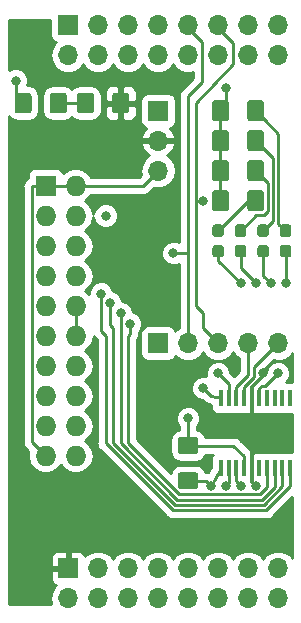
<source format=gtl>
G04 #@! TF.GenerationSoftware,KiCad,Pcbnew,(5.0.0)*
G04 #@! TF.CreationDate,2018-08-08T21:20:56+01:00*
G04 #@! TF.ProjectId,armm0,61726D6D302E6B696361645F70636200,rev?*
G04 #@! TF.SameCoordinates,Original*
G04 #@! TF.FileFunction,Copper,L1,Top,Signal*
G04 #@! TF.FilePolarity,Positive*
%FSLAX46Y46*%
G04 Gerber Fmt 4.6, Leading zero omitted, Abs format (unit mm)*
G04 Created by KiCad (PCBNEW (5.0.0)) date 08/08/18 21:20:56*
%MOMM*%
%LPD*%
G01*
G04 APERTURE LIST*
G04 #@! TA.AperFunction,ComponentPad*
%ADD10R,1.727200X1.727200*%
G04 #@! TD*
G04 #@! TA.AperFunction,ComponentPad*
%ADD11O,1.727200X1.727200*%
G04 #@! TD*
G04 #@! TA.AperFunction,Conductor*
%ADD12C,0.100000*%
G04 #@! TD*
G04 #@! TA.AperFunction,SMDPad,CuDef*
%ADD13C,0.950000*%
G04 #@! TD*
G04 #@! TA.AperFunction,ComponentPad*
%ADD14R,1.700000X1.700000*%
G04 #@! TD*
G04 #@! TA.AperFunction,ComponentPad*
%ADD15O,1.700000X1.700000*%
G04 #@! TD*
G04 #@! TA.AperFunction,SMDPad,CuDef*
%ADD16C,1.425000*%
G04 #@! TD*
G04 #@! TA.AperFunction,SMDPad,CuDef*
%ADD17R,0.450000X1.450000*%
G04 #@! TD*
G04 #@! TA.AperFunction,ViaPad*
%ADD18C,0.800000*%
G04 #@! TD*
G04 #@! TA.AperFunction,Conductor*
%ADD19C,0.250000*%
G04 #@! TD*
G04 #@! TA.AperFunction,Conductor*
%ADD20C,0.350000*%
G04 #@! TD*
G04 #@! TA.AperFunction,Conductor*
%ADD21C,0.254000*%
G04 #@! TD*
G04 APERTURE END LIST*
D10*
G04 #@! TO.P,J1,1*
G04 #@! TO.N,STLINK_3V3*
X78740000Y-46355000D03*
D11*
G04 #@! TO.P,J1,2*
X81280000Y-46355000D03*
G04 #@! TO.P,J1,3*
G04 #@! TO.N,JTAG_TRST*
X78740000Y-48895000D03*
G04 #@! TO.P,J1,4*
G04 #@! TO.N,GND*
X81280000Y-48895000D03*
G04 #@! TO.P,J1,5*
G04 #@! TO.N,JTAG_TDO*
X78740000Y-51435000D03*
G04 #@! TO.P,J1,6*
G04 #@! TO.N,GND*
X81280000Y-51435000D03*
G04 #@! TO.P,J1,7*
G04 #@! TO.N,SWDIO*
X78740000Y-53975000D03*
G04 #@! TO.P,J1,8*
G04 #@! TO.N,GND*
X81280000Y-53975000D03*
G04 #@! TO.P,J1,9*
G04 #@! TO.N,SWCLK*
X78740000Y-56515000D03*
G04 #@! TO.P,J1,10*
G04 #@! TO.N,GND*
X81280000Y-56515000D03*
G04 #@! TO.P,J1,11*
G04 #@! TO.N,Net-(J1-Pad11)*
X78740000Y-59055000D03*
G04 #@! TO.P,J1,12*
G04 #@! TO.N,GND*
X81280000Y-59055000D03*
G04 #@! TO.P,J1,13*
G04 #@! TO.N,JTAG_TDI*
X78740000Y-61595000D03*
G04 #@! TO.P,J1,14*
G04 #@! TO.N,GND*
X81280000Y-61595000D03*
G04 #@! TO.P,J1,15*
G04 #@! TO.N,NRST*
X78740000Y-64135000D03*
G04 #@! TO.P,J1,16*
G04 #@! TO.N,GND*
X81280000Y-64135000D03*
G04 #@! TO.P,J1,17*
G04 #@! TO.N,Net-(J1-Pad17)*
X78740000Y-66675000D03*
G04 #@! TO.P,J1,18*
G04 #@! TO.N,GND*
X81280000Y-66675000D03*
G04 #@! TO.P,J1,19*
G04 #@! TO.N,STLINK_3V3*
X78740000Y-69215000D03*
G04 #@! TO.P,J1,20*
G04 #@! TO.N,GND*
X81280000Y-69215000D03*
G04 #@! TD*
D12*
G04 #@! TO.N,Net-(D4-Pad2)*
G04 #@! TO.C,R6*
G36*
X95510779Y-49641144D02*
X95533834Y-49644563D01*
X95556443Y-49650227D01*
X95578387Y-49658079D01*
X95599457Y-49668044D01*
X95619448Y-49680026D01*
X95638168Y-49693910D01*
X95655438Y-49709562D01*
X95671090Y-49726832D01*
X95684974Y-49745552D01*
X95696956Y-49765543D01*
X95706921Y-49786613D01*
X95714773Y-49808557D01*
X95720437Y-49831166D01*
X95723856Y-49854221D01*
X95725000Y-49877500D01*
X95725000Y-50452500D01*
X95723856Y-50475779D01*
X95720437Y-50498834D01*
X95714773Y-50521443D01*
X95706921Y-50543387D01*
X95696956Y-50564457D01*
X95684974Y-50584448D01*
X95671090Y-50603168D01*
X95655438Y-50620438D01*
X95638168Y-50636090D01*
X95619448Y-50649974D01*
X95599457Y-50661956D01*
X95578387Y-50671921D01*
X95556443Y-50679773D01*
X95533834Y-50685437D01*
X95510779Y-50688856D01*
X95487500Y-50690000D01*
X95012500Y-50690000D01*
X94989221Y-50688856D01*
X94966166Y-50685437D01*
X94943557Y-50679773D01*
X94921613Y-50671921D01*
X94900543Y-50661956D01*
X94880552Y-50649974D01*
X94861832Y-50636090D01*
X94844562Y-50620438D01*
X94828910Y-50603168D01*
X94815026Y-50584448D01*
X94803044Y-50564457D01*
X94793079Y-50543387D01*
X94785227Y-50521443D01*
X94779563Y-50498834D01*
X94776144Y-50475779D01*
X94775000Y-50452500D01*
X94775000Y-49877500D01*
X94776144Y-49854221D01*
X94779563Y-49831166D01*
X94785227Y-49808557D01*
X94793079Y-49786613D01*
X94803044Y-49765543D01*
X94815026Y-49745552D01*
X94828910Y-49726832D01*
X94844562Y-49709562D01*
X94861832Y-49693910D01*
X94880552Y-49680026D01*
X94900543Y-49668044D01*
X94921613Y-49658079D01*
X94943557Y-49650227D01*
X94966166Y-49644563D01*
X94989221Y-49641144D01*
X95012500Y-49640000D01*
X95487500Y-49640000D01*
X95510779Y-49641144D01*
X95510779Y-49641144D01*
G37*
D13*
G04 #@! TD*
G04 #@! TO.P,R6,2*
G04 #@! TO.N,Net-(D4-Pad2)*
X95250000Y-50165000D03*
D12*
G04 #@! TO.N,LED_DBUG2*
G04 #@! TO.C,R6*
G36*
X95510779Y-51391144D02*
X95533834Y-51394563D01*
X95556443Y-51400227D01*
X95578387Y-51408079D01*
X95599457Y-51418044D01*
X95619448Y-51430026D01*
X95638168Y-51443910D01*
X95655438Y-51459562D01*
X95671090Y-51476832D01*
X95684974Y-51495552D01*
X95696956Y-51515543D01*
X95706921Y-51536613D01*
X95714773Y-51558557D01*
X95720437Y-51581166D01*
X95723856Y-51604221D01*
X95725000Y-51627500D01*
X95725000Y-52202500D01*
X95723856Y-52225779D01*
X95720437Y-52248834D01*
X95714773Y-52271443D01*
X95706921Y-52293387D01*
X95696956Y-52314457D01*
X95684974Y-52334448D01*
X95671090Y-52353168D01*
X95655438Y-52370438D01*
X95638168Y-52386090D01*
X95619448Y-52399974D01*
X95599457Y-52411956D01*
X95578387Y-52421921D01*
X95556443Y-52429773D01*
X95533834Y-52435437D01*
X95510779Y-52438856D01*
X95487500Y-52440000D01*
X95012500Y-52440000D01*
X94989221Y-52438856D01*
X94966166Y-52435437D01*
X94943557Y-52429773D01*
X94921613Y-52421921D01*
X94900543Y-52411956D01*
X94880552Y-52399974D01*
X94861832Y-52386090D01*
X94844562Y-52370438D01*
X94828910Y-52353168D01*
X94815026Y-52334448D01*
X94803044Y-52314457D01*
X94793079Y-52293387D01*
X94785227Y-52271443D01*
X94779563Y-52248834D01*
X94776144Y-52225779D01*
X94775000Y-52202500D01*
X94775000Y-51627500D01*
X94776144Y-51604221D01*
X94779563Y-51581166D01*
X94785227Y-51558557D01*
X94793079Y-51536613D01*
X94803044Y-51515543D01*
X94815026Y-51495552D01*
X94828910Y-51476832D01*
X94844562Y-51459562D01*
X94861832Y-51443910D01*
X94880552Y-51430026D01*
X94900543Y-51418044D01*
X94921613Y-51408079D01*
X94943557Y-51400227D01*
X94966166Y-51394563D01*
X94989221Y-51391144D01*
X95012500Y-51390000D01*
X95487500Y-51390000D01*
X95510779Y-51391144D01*
X95510779Y-51391144D01*
G37*
D13*
G04 #@! TD*
G04 #@! TO.P,R6,1*
G04 #@! TO.N,LED_DBUG2*
X95250000Y-51915000D03*
D12*
G04 #@! TO.N,LED_DBUG3*
G04 #@! TO.C,R5*
G36*
X97415779Y-51391144D02*
X97438834Y-51394563D01*
X97461443Y-51400227D01*
X97483387Y-51408079D01*
X97504457Y-51418044D01*
X97524448Y-51430026D01*
X97543168Y-51443910D01*
X97560438Y-51459562D01*
X97576090Y-51476832D01*
X97589974Y-51495552D01*
X97601956Y-51515543D01*
X97611921Y-51536613D01*
X97619773Y-51558557D01*
X97625437Y-51581166D01*
X97628856Y-51604221D01*
X97630000Y-51627500D01*
X97630000Y-52202500D01*
X97628856Y-52225779D01*
X97625437Y-52248834D01*
X97619773Y-52271443D01*
X97611921Y-52293387D01*
X97601956Y-52314457D01*
X97589974Y-52334448D01*
X97576090Y-52353168D01*
X97560438Y-52370438D01*
X97543168Y-52386090D01*
X97524448Y-52399974D01*
X97504457Y-52411956D01*
X97483387Y-52421921D01*
X97461443Y-52429773D01*
X97438834Y-52435437D01*
X97415779Y-52438856D01*
X97392500Y-52440000D01*
X96917500Y-52440000D01*
X96894221Y-52438856D01*
X96871166Y-52435437D01*
X96848557Y-52429773D01*
X96826613Y-52421921D01*
X96805543Y-52411956D01*
X96785552Y-52399974D01*
X96766832Y-52386090D01*
X96749562Y-52370438D01*
X96733910Y-52353168D01*
X96720026Y-52334448D01*
X96708044Y-52314457D01*
X96698079Y-52293387D01*
X96690227Y-52271443D01*
X96684563Y-52248834D01*
X96681144Y-52225779D01*
X96680000Y-52202500D01*
X96680000Y-51627500D01*
X96681144Y-51604221D01*
X96684563Y-51581166D01*
X96690227Y-51558557D01*
X96698079Y-51536613D01*
X96708044Y-51515543D01*
X96720026Y-51495552D01*
X96733910Y-51476832D01*
X96749562Y-51459562D01*
X96766832Y-51443910D01*
X96785552Y-51430026D01*
X96805543Y-51418044D01*
X96826613Y-51408079D01*
X96848557Y-51400227D01*
X96871166Y-51394563D01*
X96894221Y-51391144D01*
X96917500Y-51390000D01*
X97392500Y-51390000D01*
X97415779Y-51391144D01*
X97415779Y-51391144D01*
G37*
D13*
G04 #@! TD*
G04 #@! TO.P,R5,1*
G04 #@! TO.N,LED_DBUG3*
X97155000Y-51915000D03*
D12*
G04 #@! TO.N,Net-(D3-Pad2)*
G04 #@! TO.C,R5*
G36*
X97415779Y-49641144D02*
X97438834Y-49644563D01*
X97461443Y-49650227D01*
X97483387Y-49658079D01*
X97504457Y-49668044D01*
X97524448Y-49680026D01*
X97543168Y-49693910D01*
X97560438Y-49709562D01*
X97576090Y-49726832D01*
X97589974Y-49745552D01*
X97601956Y-49765543D01*
X97611921Y-49786613D01*
X97619773Y-49808557D01*
X97625437Y-49831166D01*
X97628856Y-49854221D01*
X97630000Y-49877500D01*
X97630000Y-50452500D01*
X97628856Y-50475779D01*
X97625437Y-50498834D01*
X97619773Y-50521443D01*
X97611921Y-50543387D01*
X97601956Y-50564457D01*
X97589974Y-50584448D01*
X97576090Y-50603168D01*
X97560438Y-50620438D01*
X97543168Y-50636090D01*
X97524448Y-50649974D01*
X97504457Y-50661956D01*
X97483387Y-50671921D01*
X97461443Y-50679773D01*
X97438834Y-50685437D01*
X97415779Y-50688856D01*
X97392500Y-50690000D01*
X96917500Y-50690000D01*
X96894221Y-50688856D01*
X96871166Y-50685437D01*
X96848557Y-50679773D01*
X96826613Y-50671921D01*
X96805543Y-50661956D01*
X96785552Y-50649974D01*
X96766832Y-50636090D01*
X96749562Y-50620438D01*
X96733910Y-50603168D01*
X96720026Y-50584448D01*
X96708044Y-50564457D01*
X96698079Y-50543387D01*
X96690227Y-50521443D01*
X96684563Y-50498834D01*
X96681144Y-50475779D01*
X96680000Y-50452500D01*
X96680000Y-49877500D01*
X96681144Y-49854221D01*
X96684563Y-49831166D01*
X96690227Y-49808557D01*
X96698079Y-49786613D01*
X96708044Y-49765543D01*
X96720026Y-49745552D01*
X96733910Y-49726832D01*
X96749562Y-49709562D01*
X96766832Y-49693910D01*
X96785552Y-49680026D01*
X96805543Y-49668044D01*
X96826613Y-49658079D01*
X96848557Y-49650227D01*
X96871166Y-49644563D01*
X96894221Y-49641144D01*
X96917500Y-49640000D01*
X97392500Y-49640000D01*
X97415779Y-49641144D01*
X97415779Y-49641144D01*
G37*
D13*
G04 #@! TD*
G04 #@! TO.P,R5,2*
G04 #@! TO.N,Net-(D3-Pad2)*
X97155000Y-50165000D03*
D12*
G04 #@! TO.N,Net-(D2-Pad2)*
G04 #@! TO.C,R4*
G36*
X99320779Y-49641144D02*
X99343834Y-49644563D01*
X99366443Y-49650227D01*
X99388387Y-49658079D01*
X99409457Y-49668044D01*
X99429448Y-49680026D01*
X99448168Y-49693910D01*
X99465438Y-49709562D01*
X99481090Y-49726832D01*
X99494974Y-49745552D01*
X99506956Y-49765543D01*
X99516921Y-49786613D01*
X99524773Y-49808557D01*
X99530437Y-49831166D01*
X99533856Y-49854221D01*
X99535000Y-49877500D01*
X99535000Y-50452500D01*
X99533856Y-50475779D01*
X99530437Y-50498834D01*
X99524773Y-50521443D01*
X99516921Y-50543387D01*
X99506956Y-50564457D01*
X99494974Y-50584448D01*
X99481090Y-50603168D01*
X99465438Y-50620438D01*
X99448168Y-50636090D01*
X99429448Y-50649974D01*
X99409457Y-50661956D01*
X99388387Y-50671921D01*
X99366443Y-50679773D01*
X99343834Y-50685437D01*
X99320779Y-50688856D01*
X99297500Y-50690000D01*
X98822500Y-50690000D01*
X98799221Y-50688856D01*
X98776166Y-50685437D01*
X98753557Y-50679773D01*
X98731613Y-50671921D01*
X98710543Y-50661956D01*
X98690552Y-50649974D01*
X98671832Y-50636090D01*
X98654562Y-50620438D01*
X98638910Y-50603168D01*
X98625026Y-50584448D01*
X98613044Y-50564457D01*
X98603079Y-50543387D01*
X98595227Y-50521443D01*
X98589563Y-50498834D01*
X98586144Y-50475779D01*
X98585000Y-50452500D01*
X98585000Y-49877500D01*
X98586144Y-49854221D01*
X98589563Y-49831166D01*
X98595227Y-49808557D01*
X98603079Y-49786613D01*
X98613044Y-49765543D01*
X98625026Y-49745552D01*
X98638910Y-49726832D01*
X98654562Y-49709562D01*
X98671832Y-49693910D01*
X98690552Y-49680026D01*
X98710543Y-49668044D01*
X98731613Y-49658079D01*
X98753557Y-49650227D01*
X98776166Y-49644563D01*
X98799221Y-49641144D01*
X98822500Y-49640000D01*
X99297500Y-49640000D01*
X99320779Y-49641144D01*
X99320779Y-49641144D01*
G37*
D13*
G04 #@! TD*
G04 #@! TO.P,R4,2*
G04 #@! TO.N,Net-(D2-Pad2)*
X99060000Y-50165000D03*
D12*
G04 #@! TO.N,LED_DBUG4*
G04 #@! TO.C,R4*
G36*
X99320779Y-51391144D02*
X99343834Y-51394563D01*
X99366443Y-51400227D01*
X99388387Y-51408079D01*
X99409457Y-51418044D01*
X99429448Y-51430026D01*
X99448168Y-51443910D01*
X99465438Y-51459562D01*
X99481090Y-51476832D01*
X99494974Y-51495552D01*
X99506956Y-51515543D01*
X99516921Y-51536613D01*
X99524773Y-51558557D01*
X99530437Y-51581166D01*
X99533856Y-51604221D01*
X99535000Y-51627500D01*
X99535000Y-52202500D01*
X99533856Y-52225779D01*
X99530437Y-52248834D01*
X99524773Y-52271443D01*
X99516921Y-52293387D01*
X99506956Y-52314457D01*
X99494974Y-52334448D01*
X99481090Y-52353168D01*
X99465438Y-52370438D01*
X99448168Y-52386090D01*
X99429448Y-52399974D01*
X99409457Y-52411956D01*
X99388387Y-52421921D01*
X99366443Y-52429773D01*
X99343834Y-52435437D01*
X99320779Y-52438856D01*
X99297500Y-52440000D01*
X98822500Y-52440000D01*
X98799221Y-52438856D01*
X98776166Y-52435437D01*
X98753557Y-52429773D01*
X98731613Y-52421921D01*
X98710543Y-52411956D01*
X98690552Y-52399974D01*
X98671832Y-52386090D01*
X98654562Y-52370438D01*
X98638910Y-52353168D01*
X98625026Y-52334448D01*
X98613044Y-52314457D01*
X98603079Y-52293387D01*
X98595227Y-52271443D01*
X98589563Y-52248834D01*
X98586144Y-52225779D01*
X98585000Y-52202500D01*
X98585000Y-51627500D01*
X98586144Y-51604221D01*
X98589563Y-51581166D01*
X98595227Y-51558557D01*
X98603079Y-51536613D01*
X98613044Y-51515543D01*
X98625026Y-51495552D01*
X98638910Y-51476832D01*
X98654562Y-51459562D01*
X98671832Y-51443910D01*
X98690552Y-51430026D01*
X98710543Y-51418044D01*
X98731613Y-51408079D01*
X98753557Y-51400227D01*
X98776166Y-51394563D01*
X98799221Y-51391144D01*
X98822500Y-51390000D01*
X99297500Y-51390000D01*
X99320779Y-51391144D01*
X99320779Y-51391144D01*
G37*
D13*
G04 #@! TD*
G04 #@! TO.P,R4,1*
G04 #@! TO.N,LED_DBUG4*
X99060000Y-51915000D03*
D12*
G04 #@! TO.N,LED_DBUG1*
G04 #@! TO.C,R7*
G36*
X93605779Y-51391144D02*
X93628834Y-51394563D01*
X93651443Y-51400227D01*
X93673387Y-51408079D01*
X93694457Y-51418044D01*
X93714448Y-51430026D01*
X93733168Y-51443910D01*
X93750438Y-51459562D01*
X93766090Y-51476832D01*
X93779974Y-51495552D01*
X93791956Y-51515543D01*
X93801921Y-51536613D01*
X93809773Y-51558557D01*
X93815437Y-51581166D01*
X93818856Y-51604221D01*
X93820000Y-51627500D01*
X93820000Y-52202500D01*
X93818856Y-52225779D01*
X93815437Y-52248834D01*
X93809773Y-52271443D01*
X93801921Y-52293387D01*
X93791956Y-52314457D01*
X93779974Y-52334448D01*
X93766090Y-52353168D01*
X93750438Y-52370438D01*
X93733168Y-52386090D01*
X93714448Y-52399974D01*
X93694457Y-52411956D01*
X93673387Y-52421921D01*
X93651443Y-52429773D01*
X93628834Y-52435437D01*
X93605779Y-52438856D01*
X93582500Y-52440000D01*
X93107500Y-52440000D01*
X93084221Y-52438856D01*
X93061166Y-52435437D01*
X93038557Y-52429773D01*
X93016613Y-52421921D01*
X92995543Y-52411956D01*
X92975552Y-52399974D01*
X92956832Y-52386090D01*
X92939562Y-52370438D01*
X92923910Y-52353168D01*
X92910026Y-52334448D01*
X92898044Y-52314457D01*
X92888079Y-52293387D01*
X92880227Y-52271443D01*
X92874563Y-52248834D01*
X92871144Y-52225779D01*
X92870000Y-52202500D01*
X92870000Y-51627500D01*
X92871144Y-51604221D01*
X92874563Y-51581166D01*
X92880227Y-51558557D01*
X92888079Y-51536613D01*
X92898044Y-51515543D01*
X92910026Y-51495552D01*
X92923910Y-51476832D01*
X92939562Y-51459562D01*
X92956832Y-51443910D01*
X92975552Y-51430026D01*
X92995543Y-51418044D01*
X93016613Y-51408079D01*
X93038557Y-51400227D01*
X93061166Y-51394563D01*
X93084221Y-51391144D01*
X93107500Y-51390000D01*
X93582500Y-51390000D01*
X93605779Y-51391144D01*
X93605779Y-51391144D01*
G37*
D13*
G04 #@! TD*
G04 #@! TO.P,R7,1*
G04 #@! TO.N,LED_DBUG1*
X93345000Y-51915000D03*
D12*
G04 #@! TO.N,Net-(D5-Pad2)*
G04 #@! TO.C,R7*
G36*
X93605779Y-49641144D02*
X93628834Y-49644563D01*
X93651443Y-49650227D01*
X93673387Y-49658079D01*
X93694457Y-49668044D01*
X93714448Y-49680026D01*
X93733168Y-49693910D01*
X93750438Y-49709562D01*
X93766090Y-49726832D01*
X93779974Y-49745552D01*
X93791956Y-49765543D01*
X93801921Y-49786613D01*
X93809773Y-49808557D01*
X93815437Y-49831166D01*
X93818856Y-49854221D01*
X93820000Y-49877500D01*
X93820000Y-50452500D01*
X93818856Y-50475779D01*
X93815437Y-50498834D01*
X93809773Y-50521443D01*
X93801921Y-50543387D01*
X93791956Y-50564457D01*
X93779974Y-50584448D01*
X93766090Y-50603168D01*
X93750438Y-50620438D01*
X93733168Y-50636090D01*
X93714448Y-50649974D01*
X93694457Y-50661956D01*
X93673387Y-50671921D01*
X93651443Y-50679773D01*
X93628834Y-50685437D01*
X93605779Y-50688856D01*
X93582500Y-50690000D01*
X93107500Y-50690000D01*
X93084221Y-50688856D01*
X93061166Y-50685437D01*
X93038557Y-50679773D01*
X93016613Y-50671921D01*
X92995543Y-50661956D01*
X92975552Y-50649974D01*
X92956832Y-50636090D01*
X92939562Y-50620438D01*
X92923910Y-50603168D01*
X92910026Y-50584448D01*
X92898044Y-50564457D01*
X92888079Y-50543387D01*
X92880227Y-50521443D01*
X92874563Y-50498834D01*
X92871144Y-50475779D01*
X92870000Y-50452500D01*
X92870000Y-49877500D01*
X92871144Y-49854221D01*
X92874563Y-49831166D01*
X92880227Y-49808557D01*
X92888079Y-49786613D01*
X92898044Y-49765543D01*
X92910026Y-49745552D01*
X92923910Y-49726832D01*
X92939562Y-49709562D01*
X92956832Y-49693910D01*
X92975552Y-49680026D01*
X92995543Y-49668044D01*
X93016613Y-49658079D01*
X93038557Y-49650227D01*
X93061166Y-49644563D01*
X93084221Y-49641144D01*
X93107500Y-49640000D01*
X93582500Y-49640000D01*
X93605779Y-49641144D01*
X93605779Y-49641144D01*
G37*
D13*
G04 #@! TD*
G04 #@! TO.P,R7,2*
G04 #@! TO.N,Net-(D5-Pad2)*
X93345000Y-50165000D03*
D14*
G04 #@! TO.P,J8,1*
G04 #@! TO.N,BOARD_3V3*
X88265000Y-40005000D03*
D15*
G04 #@! TO.P,J8,2*
G04 #@! TO.N,+3V3*
X88265000Y-42545000D03*
G04 #@! TO.P,J8,3*
G04 #@! TO.N,STLINK_3V3*
X88265000Y-45085000D03*
G04 #@! TD*
D12*
G04 #@! TO.N,GND*
G04 #@! TO.C,D2*
G36*
X94032004Y-39131204D02*
X94056273Y-39134804D01*
X94080071Y-39140765D01*
X94103171Y-39149030D01*
X94125349Y-39159520D01*
X94146393Y-39172133D01*
X94166098Y-39186747D01*
X94184277Y-39203223D01*
X94200753Y-39221402D01*
X94215367Y-39241107D01*
X94227980Y-39262151D01*
X94238470Y-39284329D01*
X94246735Y-39307429D01*
X94252696Y-39331227D01*
X94256296Y-39355496D01*
X94257500Y-39380000D01*
X94257500Y-40630000D01*
X94256296Y-40654504D01*
X94252696Y-40678773D01*
X94246735Y-40702571D01*
X94238470Y-40725671D01*
X94227980Y-40747849D01*
X94215367Y-40768893D01*
X94200753Y-40788598D01*
X94184277Y-40806777D01*
X94166098Y-40823253D01*
X94146393Y-40837867D01*
X94125349Y-40850480D01*
X94103171Y-40860970D01*
X94080071Y-40869235D01*
X94056273Y-40875196D01*
X94032004Y-40878796D01*
X94007500Y-40880000D01*
X93082500Y-40880000D01*
X93057996Y-40878796D01*
X93033727Y-40875196D01*
X93009929Y-40869235D01*
X92986829Y-40860970D01*
X92964651Y-40850480D01*
X92943607Y-40837867D01*
X92923902Y-40823253D01*
X92905723Y-40806777D01*
X92889247Y-40788598D01*
X92874633Y-40768893D01*
X92862020Y-40747849D01*
X92851530Y-40725671D01*
X92843265Y-40702571D01*
X92837304Y-40678773D01*
X92833704Y-40654504D01*
X92832500Y-40630000D01*
X92832500Y-39380000D01*
X92833704Y-39355496D01*
X92837304Y-39331227D01*
X92843265Y-39307429D01*
X92851530Y-39284329D01*
X92862020Y-39262151D01*
X92874633Y-39241107D01*
X92889247Y-39221402D01*
X92905723Y-39203223D01*
X92923902Y-39186747D01*
X92943607Y-39172133D01*
X92964651Y-39159520D01*
X92986829Y-39149030D01*
X93009929Y-39140765D01*
X93033727Y-39134804D01*
X93057996Y-39131204D01*
X93082500Y-39130000D01*
X94007500Y-39130000D01*
X94032004Y-39131204D01*
X94032004Y-39131204D01*
G37*
D16*
G04 #@! TD*
G04 #@! TO.P,D2,1*
G04 #@! TO.N,GND*
X93545000Y-40005000D03*
D12*
G04 #@! TO.N,Net-(D2-Pad2)*
G04 #@! TO.C,D2*
G36*
X97007004Y-39131204D02*
X97031273Y-39134804D01*
X97055071Y-39140765D01*
X97078171Y-39149030D01*
X97100349Y-39159520D01*
X97121393Y-39172133D01*
X97141098Y-39186747D01*
X97159277Y-39203223D01*
X97175753Y-39221402D01*
X97190367Y-39241107D01*
X97202980Y-39262151D01*
X97213470Y-39284329D01*
X97221735Y-39307429D01*
X97227696Y-39331227D01*
X97231296Y-39355496D01*
X97232500Y-39380000D01*
X97232500Y-40630000D01*
X97231296Y-40654504D01*
X97227696Y-40678773D01*
X97221735Y-40702571D01*
X97213470Y-40725671D01*
X97202980Y-40747849D01*
X97190367Y-40768893D01*
X97175753Y-40788598D01*
X97159277Y-40806777D01*
X97141098Y-40823253D01*
X97121393Y-40837867D01*
X97100349Y-40850480D01*
X97078171Y-40860970D01*
X97055071Y-40869235D01*
X97031273Y-40875196D01*
X97007004Y-40878796D01*
X96982500Y-40880000D01*
X96057500Y-40880000D01*
X96032996Y-40878796D01*
X96008727Y-40875196D01*
X95984929Y-40869235D01*
X95961829Y-40860970D01*
X95939651Y-40850480D01*
X95918607Y-40837867D01*
X95898902Y-40823253D01*
X95880723Y-40806777D01*
X95864247Y-40788598D01*
X95849633Y-40768893D01*
X95837020Y-40747849D01*
X95826530Y-40725671D01*
X95818265Y-40702571D01*
X95812304Y-40678773D01*
X95808704Y-40654504D01*
X95807500Y-40630000D01*
X95807500Y-39380000D01*
X95808704Y-39355496D01*
X95812304Y-39331227D01*
X95818265Y-39307429D01*
X95826530Y-39284329D01*
X95837020Y-39262151D01*
X95849633Y-39241107D01*
X95864247Y-39221402D01*
X95880723Y-39203223D01*
X95898902Y-39186747D01*
X95918607Y-39172133D01*
X95939651Y-39159520D01*
X95961829Y-39149030D01*
X95984929Y-39140765D01*
X96008727Y-39134804D01*
X96032996Y-39131204D01*
X96057500Y-39130000D01*
X96982500Y-39130000D01*
X97007004Y-39131204D01*
X97007004Y-39131204D01*
G37*
D16*
G04 #@! TD*
G04 #@! TO.P,D2,2*
G04 #@! TO.N,Net-(D2-Pad2)*
X96520000Y-40005000D03*
D12*
G04 #@! TO.N,Net-(D1-Pad2)*
G04 #@! TO.C,D1*
G36*
X80297004Y-38496204D02*
X80321273Y-38499804D01*
X80345071Y-38505765D01*
X80368171Y-38514030D01*
X80390349Y-38524520D01*
X80411393Y-38537133D01*
X80431098Y-38551747D01*
X80449277Y-38568223D01*
X80465753Y-38586402D01*
X80480367Y-38606107D01*
X80492980Y-38627151D01*
X80503470Y-38649329D01*
X80511735Y-38672429D01*
X80517696Y-38696227D01*
X80521296Y-38720496D01*
X80522500Y-38745000D01*
X80522500Y-39995000D01*
X80521296Y-40019504D01*
X80517696Y-40043773D01*
X80511735Y-40067571D01*
X80503470Y-40090671D01*
X80492980Y-40112849D01*
X80480367Y-40133893D01*
X80465753Y-40153598D01*
X80449277Y-40171777D01*
X80431098Y-40188253D01*
X80411393Y-40202867D01*
X80390349Y-40215480D01*
X80368171Y-40225970D01*
X80345071Y-40234235D01*
X80321273Y-40240196D01*
X80297004Y-40243796D01*
X80272500Y-40245000D01*
X79347500Y-40245000D01*
X79322996Y-40243796D01*
X79298727Y-40240196D01*
X79274929Y-40234235D01*
X79251829Y-40225970D01*
X79229651Y-40215480D01*
X79208607Y-40202867D01*
X79188902Y-40188253D01*
X79170723Y-40171777D01*
X79154247Y-40153598D01*
X79139633Y-40133893D01*
X79127020Y-40112849D01*
X79116530Y-40090671D01*
X79108265Y-40067571D01*
X79102304Y-40043773D01*
X79098704Y-40019504D01*
X79097500Y-39995000D01*
X79097500Y-38745000D01*
X79098704Y-38720496D01*
X79102304Y-38696227D01*
X79108265Y-38672429D01*
X79116530Y-38649329D01*
X79127020Y-38627151D01*
X79139633Y-38606107D01*
X79154247Y-38586402D01*
X79170723Y-38568223D01*
X79188902Y-38551747D01*
X79208607Y-38537133D01*
X79229651Y-38524520D01*
X79251829Y-38514030D01*
X79274929Y-38505765D01*
X79298727Y-38499804D01*
X79322996Y-38496204D01*
X79347500Y-38495000D01*
X80272500Y-38495000D01*
X80297004Y-38496204D01*
X80297004Y-38496204D01*
G37*
D16*
G04 #@! TD*
G04 #@! TO.P,D1,2*
G04 #@! TO.N,Net-(D1-Pad2)*
X79810000Y-39370000D03*
D12*
G04 #@! TO.N,GND*
G04 #@! TO.C,D1*
G36*
X77322004Y-38496204D02*
X77346273Y-38499804D01*
X77370071Y-38505765D01*
X77393171Y-38514030D01*
X77415349Y-38524520D01*
X77436393Y-38537133D01*
X77456098Y-38551747D01*
X77474277Y-38568223D01*
X77490753Y-38586402D01*
X77505367Y-38606107D01*
X77517980Y-38627151D01*
X77528470Y-38649329D01*
X77536735Y-38672429D01*
X77542696Y-38696227D01*
X77546296Y-38720496D01*
X77547500Y-38745000D01*
X77547500Y-39995000D01*
X77546296Y-40019504D01*
X77542696Y-40043773D01*
X77536735Y-40067571D01*
X77528470Y-40090671D01*
X77517980Y-40112849D01*
X77505367Y-40133893D01*
X77490753Y-40153598D01*
X77474277Y-40171777D01*
X77456098Y-40188253D01*
X77436393Y-40202867D01*
X77415349Y-40215480D01*
X77393171Y-40225970D01*
X77370071Y-40234235D01*
X77346273Y-40240196D01*
X77322004Y-40243796D01*
X77297500Y-40245000D01*
X76372500Y-40245000D01*
X76347996Y-40243796D01*
X76323727Y-40240196D01*
X76299929Y-40234235D01*
X76276829Y-40225970D01*
X76254651Y-40215480D01*
X76233607Y-40202867D01*
X76213902Y-40188253D01*
X76195723Y-40171777D01*
X76179247Y-40153598D01*
X76164633Y-40133893D01*
X76152020Y-40112849D01*
X76141530Y-40090671D01*
X76133265Y-40067571D01*
X76127304Y-40043773D01*
X76123704Y-40019504D01*
X76122500Y-39995000D01*
X76122500Y-38745000D01*
X76123704Y-38720496D01*
X76127304Y-38696227D01*
X76133265Y-38672429D01*
X76141530Y-38649329D01*
X76152020Y-38627151D01*
X76164633Y-38606107D01*
X76179247Y-38586402D01*
X76195723Y-38568223D01*
X76213902Y-38551747D01*
X76233607Y-38537133D01*
X76254651Y-38524520D01*
X76276829Y-38514030D01*
X76299929Y-38505765D01*
X76323727Y-38499804D01*
X76347996Y-38496204D01*
X76372500Y-38495000D01*
X77297500Y-38495000D01*
X77322004Y-38496204D01*
X77322004Y-38496204D01*
G37*
D16*
G04 #@! TD*
G04 #@! TO.P,D1,1*
G04 #@! TO.N,GND*
X76835000Y-39370000D03*
D12*
G04 #@! TO.N,GND*
G04 #@! TO.C,D3*
G36*
X94032004Y-41671204D02*
X94056273Y-41674804D01*
X94080071Y-41680765D01*
X94103171Y-41689030D01*
X94125349Y-41699520D01*
X94146393Y-41712133D01*
X94166098Y-41726747D01*
X94184277Y-41743223D01*
X94200753Y-41761402D01*
X94215367Y-41781107D01*
X94227980Y-41802151D01*
X94238470Y-41824329D01*
X94246735Y-41847429D01*
X94252696Y-41871227D01*
X94256296Y-41895496D01*
X94257500Y-41920000D01*
X94257500Y-43170000D01*
X94256296Y-43194504D01*
X94252696Y-43218773D01*
X94246735Y-43242571D01*
X94238470Y-43265671D01*
X94227980Y-43287849D01*
X94215367Y-43308893D01*
X94200753Y-43328598D01*
X94184277Y-43346777D01*
X94166098Y-43363253D01*
X94146393Y-43377867D01*
X94125349Y-43390480D01*
X94103171Y-43400970D01*
X94080071Y-43409235D01*
X94056273Y-43415196D01*
X94032004Y-43418796D01*
X94007500Y-43420000D01*
X93082500Y-43420000D01*
X93057996Y-43418796D01*
X93033727Y-43415196D01*
X93009929Y-43409235D01*
X92986829Y-43400970D01*
X92964651Y-43390480D01*
X92943607Y-43377867D01*
X92923902Y-43363253D01*
X92905723Y-43346777D01*
X92889247Y-43328598D01*
X92874633Y-43308893D01*
X92862020Y-43287849D01*
X92851530Y-43265671D01*
X92843265Y-43242571D01*
X92837304Y-43218773D01*
X92833704Y-43194504D01*
X92832500Y-43170000D01*
X92832500Y-41920000D01*
X92833704Y-41895496D01*
X92837304Y-41871227D01*
X92843265Y-41847429D01*
X92851530Y-41824329D01*
X92862020Y-41802151D01*
X92874633Y-41781107D01*
X92889247Y-41761402D01*
X92905723Y-41743223D01*
X92923902Y-41726747D01*
X92943607Y-41712133D01*
X92964651Y-41699520D01*
X92986829Y-41689030D01*
X93009929Y-41680765D01*
X93033727Y-41674804D01*
X93057996Y-41671204D01*
X93082500Y-41670000D01*
X94007500Y-41670000D01*
X94032004Y-41671204D01*
X94032004Y-41671204D01*
G37*
D16*
G04 #@! TD*
G04 #@! TO.P,D3,1*
G04 #@! TO.N,GND*
X93545000Y-42545000D03*
D12*
G04 #@! TO.N,Net-(D3-Pad2)*
G04 #@! TO.C,D3*
G36*
X97007004Y-41671204D02*
X97031273Y-41674804D01*
X97055071Y-41680765D01*
X97078171Y-41689030D01*
X97100349Y-41699520D01*
X97121393Y-41712133D01*
X97141098Y-41726747D01*
X97159277Y-41743223D01*
X97175753Y-41761402D01*
X97190367Y-41781107D01*
X97202980Y-41802151D01*
X97213470Y-41824329D01*
X97221735Y-41847429D01*
X97227696Y-41871227D01*
X97231296Y-41895496D01*
X97232500Y-41920000D01*
X97232500Y-43170000D01*
X97231296Y-43194504D01*
X97227696Y-43218773D01*
X97221735Y-43242571D01*
X97213470Y-43265671D01*
X97202980Y-43287849D01*
X97190367Y-43308893D01*
X97175753Y-43328598D01*
X97159277Y-43346777D01*
X97141098Y-43363253D01*
X97121393Y-43377867D01*
X97100349Y-43390480D01*
X97078171Y-43400970D01*
X97055071Y-43409235D01*
X97031273Y-43415196D01*
X97007004Y-43418796D01*
X96982500Y-43420000D01*
X96057500Y-43420000D01*
X96032996Y-43418796D01*
X96008727Y-43415196D01*
X95984929Y-43409235D01*
X95961829Y-43400970D01*
X95939651Y-43390480D01*
X95918607Y-43377867D01*
X95898902Y-43363253D01*
X95880723Y-43346777D01*
X95864247Y-43328598D01*
X95849633Y-43308893D01*
X95837020Y-43287849D01*
X95826530Y-43265671D01*
X95818265Y-43242571D01*
X95812304Y-43218773D01*
X95808704Y-43194504D01*
X95807500Y-43170000D01*
X95807500Y-41920000D01*
X95808704Y-41895496D01*
X95812304Y-41871227D01*
X95818265Y-41847429D01*
X95826530Y-41824329D01*
X95837020Y-41802151D01*
X95849633Y-41781107D01*
X95864247Y-41761402D01*
X95880723Y-41743223D01*
X95898902Y-41726747D01*
X95918607Y-41712133D01*
X95939651Y-41699520D01*
X95961829Y-41689030D01*
X95984929Y-41680765D01*
X96008727Y-41674804D01*
X96032996Y-41671204D01*
X96057500Y-41670000D01*
X96982500Y-41670000D01*
X97007004Y-41671204D01*
X97007004Y-41671204D01*
G37*
D16*
G04 #@! TD*
G04 #@! TO.P,D3,2*
G04 #@! TO.N,Net-(D3-Pad2)*
X96520000Y-42545000D03*
D12*
G04 #@! TO.N,GND*
G04 #@! TO.C,D5*
G36*
X94032004Y-46751204D02*
X94056273Y-46754804D01*
X94080071Y-46760765D01*
X94103171Y-46769030D01*
X94125349Y-46779520D01*
X94146393Y-46792133D01*
X94166098Y-46806747D01*
X94184277Y-46823223D01*
X94200753Y-46841402D01*
X94215367Y-46861107D01*
X94227980Y-46882151D01*
X94238470Y-46904329D01*
X94246735Y-46927429D01*
X94252696Y-46951227D01*
X94256296Y-46975496D01*
X94257500Y-47000000D01*
X94257500Y-48250000D01*
X94256296Y-48274504D01*
X94252696Y-48298773D01*
X94246735Y-48322571D01*
X94238470Y-48345671D01*
X94227980Y-48367849D01*
X94215367Y-48388893D01*
X94200753Y-48408598D01*
X94184277Y-48426777D01*
X94166098Y-48443253D01*
X94146393Y-48457867D01*
X94125349Y-48470480D01*
X94103171Y-48480970D01*
X94080071Y-48489235D01*
X94056273Y-48495196D01*
X94032004Y-48498796D01*
X94007500Y-48500000D01*
X93082500Y-48500000D01*
X93057996Y-48498796D01*
X93033727Y-48495196D01*
X93009929Y-48489235D01*
X92986829Y-48480970D01*
X92964651Y-48470480D01*
X92943607Y-48457867D01*
X92923902Y-48443253D01*
X92905723Y-48426777D01*
X92889247Y-48408598D01*
X92874633Y-48388893D01*
X92862020Y-48367849D01*
X92851530Y-48345671D01*
X92843265Y-48322571D01*
X92837304Y-48298773D01*
X92833704Y-48274504D01*
X92832500Y-48250000D01*
X92832500Y-47000000D01*
X92833704Y-46975496D01*
X92837304Y-46951227D01*
X92843265Y-46927429D01*
X92851530Y-46904329D01*
X92862020Y-46882151D01*
X92874633Y-46861107D01*
X92889247Y-46841402D01*
X92905723Y-46823223D01*
X92923902Y-46806747D01*
X92943607Y-46792133D01*
X92964651Y-46779520D01*
X92986829Y-46769030D01*
X93009929Y-46760765D01*
X93033727Y-46754804D01*
X93057996Y-46751204D01*
X93082500Y-46750000D01*
X94007500Y-46750000D01*
X94032004Y-46751204D01*
X94032004Y-46751204D01*
G37*
D16*
G04 #@! TD*
G04 #@! TO.P,D5,1*
G04 #@! TO.N,GND*
X93545000Y-47625000D03*
D12*
G04 #@! TO.N,Net-(D5-Pad2)*
G04 #@! TO.C,D5*
G36*
X97007004Y-46751204D02*
X97031273Y-46754804D01*
X97055071Y-46760765D01*
X97078171Y-46769030D01*
X97100349Y-46779520D01*
X97121393Y-46792133D01*
X97141098Y-46806747D01*
X97159277Y-46823223D01*
X97175753Y-46841402D01*
X97190367Y-46861107D01*
X97202980Y-46882151D01*
X97213470Y-46904329D01*
X97221735Y-46927429D01*
X97227696Y-46951227D01*
X97231296Y-46975496D01*
X97232500Y-47000000D01*
X97232500Y-48250000D01*
X97231296Y-48274504D01*
X97227696Y-48298773D01*
X97221735Y-48322571D01*
X97213470Y-48345671D01*
X97202980Y-48367849D01*
X97190367Y-48388893D01*
X97175753Y-48408598D01*
X97159277Y-48426777D01*
X97141098Y-48443253D01*
X97121393Y-48457867D01*
X97100349Y-48470480D01*
X97078171Y-48480970D01*
X97055071Y-48489235D01*
X97031273Y-48495196D01*
X97007004Y-48498796D01*
X96982500Y-48500000D01*
X96057500Y-48500000D01*
X96032996Y-48498796D01*
X96008727Y-48495196D01*
X95984929Y-48489235D01*
X95961829Y-48480970D01*
X95939651Y-48470480D01*
X95918607Y-48457867D01*
X95898902Y-48443253D01*
X95880723Y-48426777D01*
X95864247Y-48408598D01*
X95849633Y-48388893D01*
X95837020Y-48367849D01*
X95826530Y-48345671D01*
X95818265Y-48322571D01*
X95812304Y-48298773D01*
X95808704Y-48274504D01*
X95807500Y-48250000D01*
X95807500Y-47000000D01*
X95808704Y-46975496D01*
X95812304Y-46951227D01*
X95818265Y-46927429D01*
X95826530Y-46904329D01*
X95837020Y-46882151D01*
X95849633Y-46861107D01*
X95864247Y-46841402D01*
X95880723Y-46823223D01*
X95898902Y-46806747D01*
X95918607Y-46792133D01*
X95939651Y-46779520D01*
X95961829Y-46769030D01*
X95984929Y-46760765D01*
X96008727Y-46754804D01*
X96032996Y-46751204D01*
X96057500Y-46750000D01*
X96982500Y-46750000D01*
X97007004Y-46751204D01*
X97007004Y-46751204D01*
G37*
D16*
G04 #@! TD*
G04 #@! TO.P,D5,2*
G04 #@! TO.N,Net-(D5-Pad2)*
X96520000Y-47625000D03*
D12*
G04 #@! TO.N,GND*
G04 #@! TO.C,D4*
G36*
X94032004Y-44211204D02*
X94056273Y-44214804D01*
X94080071Y-44220765D01*
X94103171Y-44229030D01*
X94125349Y-44239520D01*
X94146393Y-44252133D01*
X94166098Y-44266747D01*
X94184277Y-44283223D01*
X94200753Y-44301402D01*
X94215367Y-44321107D01*
X94227980Y-44342151D01*
X94238470Y-44364329D01*
X94246735Y-44387429D01*
X94252696Y-44411227D01*
X94256296Y-44435496D01*
X94257500Y-44460000D01*
X94257500Y-45710000D01*
X94256296Y-45734504D01*
X94252696Y-45758773D01*
X94246735Y-45782571D01*
X94238470Y-45805671D01*
X94227980Y-45827849D01*
X94215367Y-45848893D01*
X94200753Y-45868598D01*
X94184277Y-45886777D01*
X94166098Y-45903253D01*
X94146393Y-45917867D01*
X94125349Y-45930480D01*
X94103171Y-45940970D01*
X94080071Y-45949235D01*
X94056273Y-45955196D01*
X94032004Y-45958796D01*
X94007500Y-45960000D01*
X93082500Y-45960000D01*
X93057996Y-45958796D01*
X93033727Y-45955196D01*
X93009929Y-45949235D01*
X92986829Y-45940970D01*
X92964651Y-45930480D01*
X92943607Y-45917867D01*
X92923902Y-45903253D01*
X92905723Y-45886777D01*
X92889247Y-45868598D01*
X92874633Y-45848893D01*
X92862020Y-45827849D01*
X92851530Y-45805671D01*
X92843265Y-45782571D01*
X92837304Y-45758773D01*
X92833704Y-45734504D01*
X92832500Y-45710000D01*
X92832500Y-44460000D01*
X92833704Y-44435496D01*
X92837304Y-44411227D01*
X92843265Y-44387429D01*
X92851530Y-44364329D01*
X92862020Y-44342151D01*
X92874633Y-44321107D01*
X92889247Y-44301402D01*
X92905723Y-44283223D01*
X92923902Y-44266747D01*
X92943607Y-44252133D01*
X92964651Y-44239520D01*
X92986829Y-44229030D01*
X93009929Y-44220765D01*
X93033727Y-44214804D01*
X93057996Y-44211204D01*
X93082500Y-44210000D01*
X94007500Y-44210000D01*
X94032004Y-44211204D01*
X94032004Y-44211204D01*
G37*
D16*
G04 #@! TD*
G04 #@! TO.P,D4,1*
G04 #@! TO.N,GND*
X93545000Y-45085000D03*
D12*
G04 #@! TO.N,Net-(D4-Pad2)*
G04 #@! TO.C,D4*
G36*
X97007004Y-44211204D02*
X97031273Y-44214804D01*
X97055071Y-44220765D01*
X97078171Y-44229030D01*
X97100349Y-44239520D01*
X97121393Y-44252133D01*
X97141098Y-44266747D01*
X97159277Y-44283223D01*
X97175753Y-44301402D01*
X97190367Y-44321107D01*
X97202980Y-44342151D01*
X97213470Y-44364329D01*
X97221735Y-44387429D01*
X97227696Y-44411227D01*
X97231296Y-44435496D01*
X97232500Y-44460000D01*
X97232500Y-45710000D01*
X97231296Y-45734504D01*
X97227696Y-45758773D01*
X97221735Y-45782571D01*
X97213470Y-45805671D01*
X97202980Y-45827849D01*
X97190367Y-45848893D01*
X97175753Y-45868598D01*
X97159277Y-45886777D01*
X97141098Y-45903253D01*
X97121393Y-45917867D01*
X97100349Y-45930480D01*
X97078171Y-45940970D01*
X97055071Y-45949235D01*
X97031273Y-45955196D01*
X97007004Y-45958796D01*
X96982500Y-45960000D01*
X96057500Y-45960000D01*
X96032996Y-45958796D01*
X96008727Y-45955196D01*
X95984929Y-45949235D01*
X95961829Y-45940970D01*
X95939651Y-45930480D01*
X95918607Y-45917867D01*
X95898902Y-45903253D01*
X95880723Y-45886777D01*
X95864247Y-45868598D01*
X95849633Y-45848893D01*
X95837020Y-45827849D01*
X95826530Y-45805671D01*
X95818265Y-45782571D01*
X95812304Y-45758773D01*
X95808704Y-45734504D01*
X95807500Y-45710000D01*
X95807500Y-44460000D01*
X95808704Y-44435496D01*
X95812304Y-44411227D01*
X95818265Y-44387429D01*
X95826530Y-44364329D01*
X95837020Y-44342151D01*
X95849633Y-44321107D01*
X95864247Y-44301402D01*
X95880723Y-44283223D01*
X95898902Y-44266747D01*
X95918607Y-44252133D01*
X95939651Y-44239520D01*
X95961829Y-44229030D01*
X95984929Y-44220765D01*
X96008727Y-44214804D01*
X96032996Y-44211204D01*
X96057500Y-44210000D01*
X96982500Y-44210000D01*
X97007004Y-44211204D01*
X97007004Y-44211204D01*
G37*
D16*
G04 #@! TD*
G04 #@! TO.P,D4,2*
G04 #@! TO.N,Net-(D4-Pad2)*
X96520000Y-45085000D03*
D12*
G04 #@! TO.N,Net-(D1-Pad2)*
G04 #@! TO.C,R3*
G36*
X82602004Y-38496204D02*
X82626273Y-38499804D01*
X82650071Y-38505765D01*
X82673171Y-38514030D01*
X82695349Y-38524520D01*
X82716393Y-38537133D01*
X82736098Y-38551747D01*
X82754277Y-38568223D01*
X82770753Y-38586402D01*
X82785367Y-38606107D01*
X82797980Y-38627151D01*
X82808470Y-38649329D01*
X82816735Y-38672429D01*
X82822696Y-38696227D01*
X82826296Y-38720496D01*
X82827500Y-38745000D01*
X82827500Y-39995000D01*
X82826296Y-40019504D01*
X82822696Y-40043773D01*
X82816735Y-40067571D01*
X82808470Y-40090671D01*
X82797980Y-40112849D01*
X82785367Y-40133893D01*
X82770753Y-40153598D01*
X82754277Y-40171777D01*
X82736098Y-40188253D01*
X82716393Y-40202867D01*
X82695349Y-40215480D01*
X82673171Y-40225970D01*
X82650071Y-40234235D01*
X82626273Y-40240196D01*
X82602004Y-40243796D01*
X82577500Y-40245000D01*
X81652500Y-40245000D01*
X81627996Y-40243796D01*
X81603727Y-40240196D01*
X81579929Y-40234235D01*
X81556829Y-40225970D01*
X81534651Y-40215480D01*
X81513607Y-40202867D01*
X81493902Y-40188253D01*
X81475723Y-40171777D01*
X81459247Y-40153598D01*
X81444633Y-40133893D01*
X81432020Y-40112849D01*
X81421530Y-40090671D01*
X81413265Y-40067571D01*
X81407304Y-40043773D01*
X81403704Y-40019504D01*
X81402500Y-39995000D01*
X81402500Y-38745000D01*
X81403704Y-38720496D01*
X81407304Y-38696227D01*
X81413265Y-38672429D01*
X81421530Y-38649329D01*
X81432020Y-38627151D01*
X81444633Y-38606107D01*
X81459247Y-38586402D01*
X81475723Y-38568223D01*
X81493902Y-38551747D01*
X81513607Y-38537133D01*
X81534651Y-38524520D01*
X81556829Y-38514030D01*
X81579929Y-38505765D01*
X81603727Y-38499804D01*
X81627996Y-38496204D01*
X81652500Y-38495000D01*
X82577500Y-38495000D01*
X82602004Y-38496204D01*
X82602004Y-38496204D01*
G37*
D16*
G04 #@! TD*
G04 #@! TO.P,R3,2*
G04 #@! TO.N,Net-(D1-Pad2)*
X82115000Y-39370000D03*
D12*
G04 #@! TO.N,+3V3*
G04 #@! TO.C,R3*
G36*
X85577004Y-38496204D02*
X85601273Y-38499804D01*
X85625071Y-38505765D01*
X85648171Y-38514030D01*
X85670349Y-38524520D01*
X85691393Y-38537133D01*
X85711098Y-38551747D01*
X85729277Y-38568223D01*
X85745753Y-38586402D01*
X85760367Y-38606107D01*
X85772980Y-38627151D01*
X85783470Y-38649329D01*
X85791735Y-38672429D01*
X85797696Y-38696227D01*
X85801296Y-38720496D01*
X85802500Y-38745000D01*
X85802500Y-39995000D01*
X85801296Y-40019504D01*
X85797696Y-40043773D01*
X85791735Y-40067571D01*
X85783470Y-40090671D01*
X85772980Y-40112849D01*
X85760367Y-40133893D01*
X85745753Y-40153598D01*
X85729277Y-40171777D01*
X85711098Y-40188253D01*
X85691393Y-40202867D01*
X85670349Y-40215480D01*
X85648171Y-40225970D01*
X85625071Y-40234235D01*
X85601273Y-40240196D01*
X85577004Y-40243796D01*
X85552500Y-40245000D01*
X84627500Y-40245000D01*
X84602996Y-40243796D01*
X84578727Y-40240196D01*
X84554929Y-40234235D01*
X84531829Y-40225970D01*
X84509651Y-40215480D01*
X84488607Y-40202867D01*
X84468902Y-40188253D01*
X84450723Y-40171777D01*
X84434247Y-40153598D01*
X84419633Y-40133893D01*
X84407020Y-40112849D01*
X84396530Y-40090671D01*
X84388265Y-40067571D01*
X84382304Y-40043773D01*
X84378704Y-40019504D01*
X84377500Y-39995000D01*
X84377500Y-38745000D01*
X84378704Y-38720496D01*
X84382304Y-38696227D01*
X84388265Y-38672429D01*
X84396530Y-38649329D01*
X84407020Y-38627151D01*
X84419633Y-38606107D01*
X84434247Y-38586402D01*
X84450723Y-38568223D01*
X84468902Y-38551747D01*
X84488607Y-38537133D01*
X84509651Y-38524520D01*
X84531829Y-38514030D01*
X84554929Y-38505765D01*
X84578727Y-38499804D01*
X84602996Y-38496204D01*
X84627500Y-38495000D01*
X85552500Y-38495000D01*
X85577004Y-38496204D01*
X85577004Y-38496204D01*
G37*
D16*
G04 #@! TD*
G04 #@! TO.P,R3,1*
G04 #@! TO.N,+3V3*
X85090000Y-39370000D03*
D14*
G04 #@! TO.P,J6,1*
G04 #@! TO.N,GND*
X88265000Y-59690000D03*
D15*
G04 #@! TO.P,J6,2*
G04 #@! TO.N,I2C1_SDA*
X90805000Y-59690000D03*
G04 #@! TO.P,J6,3*
G04 #@! TO.N,I2C1_SCL*
X93345000Y-59690000D03*
G04 #@! TO.P,J6,4*
G04 #@! TO.N,USART1_RX*
X95885000Y-59690000D03*
G04 #@! TO.P,J6,5*
G04 #@! TO.N,USART1_TX*
X98425000Y-59690000D03*
G04 #@! TD*
G04 #@! TO.P,J5,16*
G04 #@! TO.N,+5V*
X98425000Y-35306000D03*
G04 #@! TO.P,J5,15*
G04 #@! TO.N,GND*
X98425000Y-32766000D03*
G04 #@! TO.P,J5,14*
G04 #@! TO.N,C10*
X95885000Y-35306000D03*
G04 #@! TO.P,J5,13*
G04 #@! TO.N,C11*
X95885000Y-32766000D03*
G04 #@! TO.P,J5,12*
G04 #@! TO.N,C8*
X93345000Y-35306000D03*
G04 #@! TO.P,J5,11*
G04 #@! TO.N,I2C1_SCL*
X93345000Y-32766000D03*
G04 #@! TO.P,J5,10*
G04 #@! TO.N,C6*
X90805000Y-35306000D03*
G04 #@! TO.P,J5,9*
G04 #@! TO.N,I2C1_SDA*
X90805000Y-32766000D03*
G04 #@! TO.P,J5,8*
G04 #@! TO.N,GND*
X88265000Y-35306000D03*
G04 #@! TO.P,J5,7*
G04 #@! TO.N,Net-(J5-Pad7)*
X88265000Y-32766000D03*
G04 #@! TO.P,J5,6*
G04 #@! TO.N,C4*
X85725000Y-35306000D03*
G04 #@! TO.P,J5,5*
G04 #@! TO.N,C5*
X85725000Y-32766000D03*
G04 #@! TO.P,J5,4*
G04 #@! TO.N,C2*
X83185000Y-35306000D03*
G04 #@! TO.P,J5,3*
G04 #@! TO.N,C3*
X83185000Y-32766000D03*
G04 #@! TO.P,J5,2*
G04 #@! TO.N,C0*
X80645000Y-35306000D03*
D14*
G04 #@! TO.P,J5,1*
G04 #@! TO.N,C1*
X80645000Y-32766000D03*
G04 #@! TD*
G04 #@! TO.P,J4,1*
G04 #@! TO.N,+3V3*
X80645000Y-78740000D03*
D15*
G04 #@! TO.P,J4,2*
G04 #@! TO.N,GND*
X80645000Y-81280000D03*
G04 #@! TO.P,J4,3*
G04 #@! TO.N,F1*
X83185000Y-78740000D03*
G04 #@! TO.P,J4,4*
G04 #@! TO.N,F0*
X83185000Y-81280000D03*
G04 #@! TO.P,J4,5*
G04 #@! TO.N,F3*
X85725000Y-78740000D03*
G04 #@! TO.P,J4,6*
G04 #@! TO.N,F2*
X85725000Y-81280000D03*
G04 #@! TO.P,J4,7*
G04 #@! TO.N,F5*
X88265000Y-78740000D03*
G04 #@! TO.P,J4,8*
G04 #@! TO.N,F4*
X88265000Y-81280000D03*
G04 #@! TO.P,J4,9*
G04 #@! TO.N,GND*
X90805000Y-78740000D03*
G04 #@! TO.P,J4,10*
G04 #@! TO.N,Net-(J4-Pad10)*
X90805000Y-81280000D03*
G04 #@! TO.P,J4,11*
G04 #@! TO.N,F7*
X93345000Y-78740000D03*
G04 #@! TO.P,J4,12*
G04 #@! TO.N,F6*
X93345000Y-81280000D03*
G04 #@! TO.P,J4,13*
G04 #@! TO.N,F9*
X95885000Y-78740000D03*
G04 #@! TO.P,J4,14*
G04 #@! TO.N,F8*
X95885000Y-81280000D03*
G04 #@! TO.P,J4,15*
G04 #@! TO.N,F11*
X98425000Y-78740000D03*
G04 #@! TO.P,J4,16*
G04 #@! TO.N,F10*
X98425000Y-81280000D03*
G04 #@! TD*
D12*
G04 #@! TO.N,GND*
G04 #@! TO.C,C1*
G36*
X91454504Y-70626204D02*
X91478773Y-70629804D01*
X91502571Y-70635765D01*
X91525671Y-70644030D01*
X91547849Y-70654520D01*
X91568893Y-70667133D01*
X91588598Y-70681747D01*
X91606777Y-70698223D01*
X91623253Y-70716402D01*
X91637867Y-70736107D01*
X91650480Y-70757151D01*
X91660970Y-70779329D01*
X91669235Y-70802429D01*
X91675196Y-70826227D01*
X91678796Y-70850496D01*
X91680000Y-70875000D01*
X91680000Y-71800000D01*
X91678796Y-71824504D01*
X91675196Y-71848773D01*
X91669235Y-71872571D01*
X91660970Y-71895671D01*
X91650480Y-71917849D01*
X91637867Y-71938893D01*
X91623253Y-71958598D01*
X91606777Y-71976777D01*
X91588598Y-71993253D01*
X91568893Y-72007867D01*
X91547849Y-72020480D01*
X91525671Y-72030970D01*
X91502571Y-72039235D01*
X91478773Y-72045196D01*
X91454504Y-72048796D01*
X91430000Y-72050000D01*
X90180000Y-72050000D01*
X90155496Y-72048796D01*
X90131227Y-72045196D01*
X90107429Y-72039235D01*
X90084329Y-72030970D01*
X90062151Y-72020480D01*
X90041107Y-72007867D01*
X90021402Y-71993253D01*
X90003223Y-71976777D01*
X89986747Y-71958598D01*
X89972133Y-71938893D01*
X89959520Y-71917849D01*
X89949030Y-71895671D01*
X89940765Y-71872571D01*
X89934804Y-71848773D01*
X89931204Y-71824504D01*
X89930000Y-71800000D01*
X89930000Y-70875000D01*
X89931204Y-70850496D01*
X89934804Y-70826227D01*
X89940765Y-70802429D01*
X89949030Y-70779329D01*
X89959520Y-70757151D01*
X89972133Y-70736107D01*
X89986747Y-70716402D01*
X90003223Y-70698223D01*
X90021402Y-70681747D01*
X90041107Y-70667133D01*
X90062151Y-70654520D01*
X90084329Y-70644030D01*
X90107429Y-70635765D01*
X90131227Y-70629804D01*
X90155496Y-70626204D01*
X90180000Y-70625000D01*
X91430000Y-70625000D01*
X91454504Y-70626204D01*
X91454504Y-70626204D01*
G37*
D16*
G04 #@! TD*
G04 #@! TO.P,C1,2*
G04 #@! TO.N,GND*
X90805000Y-71337500D03*
D12*
G04 #@! TO.N,NRST*
G04 #@! TO.C,C1*
G36*
X91454504Y-67651204D02*
X91478773Y-67654804D01*
X91502571Y-67660765D01*
X91525671Y-67669030D01*
X91547849Y-67679520D01*
X91568893Y-67692133D01*
X91588598Y-67706747D01*
X91606777Y-67723223D01*
X91623253Y-67741402D01*
X91637867Y-67761107D01*
X91650480Y-67782151D01*
X91660970Y-67804329D01*
X91669235Y-67827429D01*
X91675196Y-67851227D01*
X91678796Y-67875496D01*
X91680000Y-67900000D01*
X91680000Y-68825000D01*
X91678796Y-68849504D01*
X91675196Y-68873773D01*
X91669235Y-68897571D01*
X91660970Y-68920671D01*
X91650480Y-68942849D01*
X91637867Y-68963893D01*
X91623253Y-68983598D01*
X91606777Y-69001777D01*
X91588598Y-69018253D01*
X91568893Y-69032867D01*
X91547849Y-69045480D01*
X91525671Y-69055970D01*
X91502571Y-69064235D01*
X91478773Y-69070196D01*
X91454504Y-69073796D01*
X91430000Y-69075000D01*
X90180000Y-69075000D01*
X90155496Y-69073796D01*
X90131227Y-69070196D01*
X90107429Y-69064235D01*
X90084329Y-69055970D01*
X90062151Y-69045480D01*
X90041107Y-69032867D01*
X90021402Y-69018253D01*
X90003223Y-69001777D01*
X89986747Y-68983598D01*
X89972133Y-68963893D01*
X89959520Y-68942849D01*
X89949030Y-68920671D01*
X89940765Y-68897571D01*
X89934804Y-68873773D01*
X89931204Y-68849504D01*
X89930000Y-68825000D01*
X89930000Y-67900000D01*
X89931204Y-67875496D01*
X89934804Y-67851227D01*
X89940765Y-67827429D01*
X89949030Y-67804329D01*
X89959520Y-67782151D01*
X89972133Y-67761107D01*
X89986747Y-67741402D01*
X90003223Y-67723223D01*
X90021402Y-67706747D01*
X90041107Y-67692133D01*
X90062151Y-67679520D01*
X90084329Y-67669030D01*
X90107429Y-67660765D01*
X90131227Y-67654804D01*
X90155496Y-67651204D01*
X90180000Y-67650000D01*
X91430000Y-67650000D01*
X91454504Y-67651204D01*
X91454504Y-67651204D01*
G37*
D16*
G04 #@! TD*
G04 #@! TO.P,C1,1*
G04 #@! TO.N,NRST*
X90805000Y-68362500D03*
D17*
G04 #@! TO.P,U1,20*
G04 #@! TO.N,SWCLK*
X93595000Y-64360000D03*
G04 #@! TO.P,U1,19*
G04 #@! TO.N,SWDIO*
X94245000Y-64360000D03*
G04 #@! TO.P,U1,18*
G04 #@! TO.N,USART1_RX*
X94895000Y-64360000D03*
G04 #@! TO.P,U1,17*
G04 #@! TO.N,USART1_TX*
X95545000Y-64360000D03*
G04 #@! TO.P,U1,16*
G04 #@! TO.N,+3V3*
X96195000Y-64360000D03*
G04 #@! TO.P,U1,15*
G04 #@! TO.N,GND*
X96845000Y-64360000D03*
G04 #@! TO.P,U1,14*
G04 #@! TO.N,Net-(U1-Pad14)*
X97495000Y-64360000D03*
G04 #@! TO.P,U1,13*
G04 #@! TO.N,Net-(U1-Pad13)*
X98145000Y-64360000D03*
G04 #@! TO.P,U1,12*
G04 #@! TO.N,Net-(U1-Pad12)*
X98795000Y-64360000D03*
G04 #@! TO.P,U1,11*
G04 #@! TO.N,Net-(U1-Pad11)*
X99445000Y-64360000D03*
G04 #@! TO.P,U1,10*
G04 #@! TO.N,LED_DBUG1*
X99445000Y-70260000D03*
G04 #@! TO.P,U1,9*
G04 #@! TO.N,LED_DBUG2*
X98795000Y-70260000D03*
G04 #@! TO.P,U1,8*
G04 #@! TO.N,LED_DBUG3*
X98145000Y-70260000D03*
G04 #@! TO.P,U1,7*
G04 #@! TO.N,LED_DBUG4*
X97495000Y-70260000D03*
G04 #@! TO.P,U1,6*
G04 #@! TO.N,ADC_IN0*
X96845000Y-70260000D03*
G04 #@! TO.P,U1,5*
G04 #@! TO.N,+3V3*
X96195000Y-70260000D03*
G04 #@! TO.P,U1,4*
G04 #@! TO.N,NRST*
X95545000Y-70260000D03*
G04 #@! TO.P,U1,3*
G04 #@! TO.N,I2C1_SCL*
X94895000Y-70260000D03*
G04 #@! TO.P,U1,2*
G04 #@! TO.N,I2C1_SDA*
X94245000Y-70260000D03*
G04 #@! TO.P,U1,1*
G04 #@! TO.N,GND*
X93595000Y-70260000D03*
G04 #@! TD*
D18*
G04 #@! TO.N,NRST*
X90805000Y-66040000D03*
G04 #@! TO.N,GND*
X92710000Y-71755000D03*
X98425000Y-62230000D03*
X93980000Y-38100000D03*
X76200000Y-37465000D03*
X83820000Y-48895000D03*
G04 #@! TO.N,+3V3*
X97155000Y-62230000D03*
X96520000Y-71755000D03*
X85090000Y-37465000D03*
G04 #@! TO.N,SWDIO*
X93345000Y-62230000D03*
G04 #@! TO.N,SWCLK*
X92075000Y-63500000D03*
G04 #@! TO.N,I2C1_SDA*
X89535000Y-52070000D03*
X93980000Y-71755000D03*
G04 #@! TO.N,I2C1_SCL*
X92075000Y-47625000D03*
X95250000Y-71755000D03*
G04 #@! TO.N,LED_DBUG1*
X95250000Y-54610000D03*
X83439000Y-55499000D03*
G04 #@! TO.N,LED_DBUG2*
X84201000Y-56261000D03*
X96520000Y-54610000D03*
G04 #@! TO.N,LED_DBUG3*
X97790000Y-54610000D03*
X85090000Y-57150000D03*
G04 #@! TO.N,LED_DBUG4*
X99060000Y-54610000D03*
X85852000Y-58039000D03*
G04 #@! TD*
D19*
G04 #@! TO.N,NRST*
X91780000Y-68362500D02*
X90805000Y-68362500D01*
X94622500Y-68362500D02*
X91780000Y-68362500D01*
X95545000Y-69285000D02*
X94622500Y-68362500D01*
X95545000Y-70260000D02*
X95545000Y-69285000D01*
X90805000Y-68362500D02*
X90805000Y-66040000D01*
G04 #@! TO.N,GND*
X93595000Y-70260000D02*
X93570000Y-70260000D01*
X93570000Y-70260000D02*
X92710000Y-71755000D01*
X92292500Y-71337500D02*
X92710000Y-71755000D01*
X90805000Y-71337500D02*
X90805000Y-71337500D01*
X90805000Y-71337500D02*
X92292500Y-71337500D01*
X93545000Y-40005000D02*
X93545000Y-42545000D01*
X93545000Y-42545000D02*
X93545000Y-45085000D01*
X93980000Y-38100000D02*
X93980000Y-39570000D01*
X93980000Y-39570000D02*
X93545000Y-40005000D01*
X93345000Y-39805000D02*
X93545000Y-40005000D01*
X98025001Y-62629999D02*
X98425000Y-62230000D01*
X97345001Y-63309999D02*
X98025001Y-62629999D01*
X97034241Y-63309999D02*
X97345001Y-63309999D01*
X96845000Y-63499240D02*
X97034241Y-63309999D01*
X96845000Y-64360000D02*
X96845000Y-63499240D01*
X93545000Y-45085000D02*
X93545000Y-47625000D01*
X76200000Y-38735000D02*
X76835000Y-39370000D01*
X76200000Y-37465000D02*
X76200000Y-38735000D01*
X81280000Y-56515000D02*
X81280000Y-59055000D01*
D20*
G04 #@! TO.N,+3V3*
X96195000Y-64360000D02*
X96195000Y-70260000D01*
X97155000Y-62482120D02*
X97155000Y-62230000D01*
X96195000Y-63442120D02*
X97155000Y-62482120D01*
X96195000Y-64360000D02*
X96195000Y-63442120D01*
X96195000Y-70260000D02*
X96195000Y-71430000D01*
X96195000Y-71430000D02*
X96520000Y-71755000D01*
X85090000Y-39370000D02*
X85090000Y-41275000D01*
X85090000Y-41275000D02*
X86360000Y-42545000D01*
X86360000Y-42545000D02*
X88265000Y-42545000D01*
X85090000Y-39370000D02*
X85090000Y-37465000D01*
D19*
G04 #@! TO.N,SWDIO*
X94245000Y-63130000D02*
X94245000Y-64360000D01*
X93345000Y-62230000D02*
X94245000Y-63130000D01*
G04 #@! TO.N,SWCLK*
X93595000Y-64360000D02*
X93595000Y-63860000D01*
X92710000Y-64135000D02*
X93595000Y-64360000D01*
X92075000Y-63500000D02*
X92710000Y-64135000D01*
G04 #@! TO.N,USART1_TX*
X97575001Y-60539999D02*
X98425000Y-59690000D01*
X96394990Y-61720010D02*
X97575001Y-60539999D01*
X96394990Y-62535010D02*
X96394990Y-61720010D01*
X95545000Y-63385000D02*
X96394990Y-62535010D01*
X95545000Y-64360000D02*
X95545000Y-63385000D01*
G04 #@! TO.N,USART1_RX*
X94895000Y-63385000D02*
X95885000Y-62395000D01*
X94895000Y-64360000D02*
X94895000Y-63385000D01*
X95885000Y-62395000D02*
X95885000Y-59690000D01*
G04 #@! TO.N,Net-(D3-Pad2)*
X97291347Y-43316347D02*
X96520000Y-42545000D01*
X98007520Y-44032520D02*
X97291347Y-43316347D01*
X98007520Y-49312480D02*
X98007520Y-44032520D01*
X97155000Y-50165000D02*
X98007520Y-49312480D01*
G04 #@! TO.N,Net-(D4-Pad2)*
X97291347Y-45856347D02*
X96520000Y-45085000D01*
X97557510Y-46122510D02*
X97291347Y-45856347D01*
X97557510Y-48488180D02*
X97557510Y-46122510D01*
X97220680Y-48825010D02*
X97557510Y-48488180D01*
X96589990Y-48825010D02*
X97220680Y-48825010D01*
X95250000Y-50165000D02*
X96589990Y-48825010D01*
G04 #@! TO.N,Net-(D5-Pad2)*
X95885000Y-47625000D02*
X96520000Y-47625000D01*
X93345000Y-50165000D02*
X95885000Y-47625000D01*
G04 #@! TO.N,Net-(D1-Pad2)*
X79810000Y-39370000D02*
X82115000Y-39370000D01*
G04 #@! TO.N,Net-(D2-Pad2)*
X97291347Y-40776347D02*
X96520000Y-40005000D01*
X98457530Y-41942530D02*
X97291347Y-40776347D01*
X98457530Y-49562530D02*
X98457530Y-41942530D01*
X99060000Y-50165000D02*
X98457530Y-49562530D01*
G04 #@! TO.N,STLINK_3V3*
X86995000Y-46355000D02*
X88265000Y-45085000D01*
X81280000Y-46355000D02*
X86995000Y-46355000D01*
X78740000Y-46355000D02*
X81280000Y-46355000D01*
X77626400Y-46355000D02*
X78740000Y-46355000D01*
X77551399Y-46430001D02*
X77626400Y-46355000D01*
X77551399Y-68026399D02*
X77551399Y-46430001D01*
X78740000Y-69215000D02*
X77551399Y-68026399D01*
G04 #@! TO.N,I2C1_SDA*
X90805000Y-57150000D02*
X90805000Y-59690000D01*
X91654999Y-33869999D02*
X90805000Y-33020000D01*
X91980001Y-34195001D02*
X91654999Y-33869999D01*
X91980001Y-37559999D02*
X91980001Y-34195001D01*
X90805000Y-38735000D02*
X91980001Y-37559999D01*
X94245000Y-71490000D02*
X93980000Y-71755000D01*
X94245000Y-70260000D02*
X94245000Y-71490000D01*
X90805000Y-57150000D02*
X90805000Y-38735000D01*
X89535000Y-52070000D02*
X90805000Y-52070000D01*
G04 #@! TO.N,I2C1_SCL*
X92075000Y-58420000D02*
X93345000Y-59690000D01*
X92075000Y-57150000D02*
X92075000Y-58420000D01*
X91440000Y-56515000D02*
X92075000Y-57150000D01*
X91440000Y-48895000D02*
X91440000Y-56515000D01*
X94615000Y-36029002D02*
X91440000Y-39370000D01*
X93345000Y-33020000D02*
X94615000Y-34290000D01*
X94615000Y-34290000D02*
X94615000Y-36029002D01*
X94895000Y-70260000D02*
X94895000Y-71400000D01*
X94895000Y-71400000D02*
X95250000Y-71755000D01*
X92075000Y-47625000D02*
X91440000Y-47625000D01*
X91440000Y-39370000D02*
X91440000Y-47625000D01*
X91440000Y-47625000D02*
X91440000Y-48895000D01*
G04 #@! TO.N,LED_DBUG1*
X93345000Y-52705000D02*
X95250000Y-54610000D01*
X93345000Y-51915000D02*
X93345000Y-52705000D01*
X89487608Y-73830028D02*
X97427202Y-73830029D01*
X97427202Y-73830029D02*
X99445000Y-71812231D01*
X99445000Y-71812231D02*
X99445000Y-70260000D01*
X83820000Y-68162420D02*
X89487608Y-73830028D01*
X83820000Y-68162420D02*
X83820000Y-59055000D01*
X83439000Y-58674000D02*
X83439000Y-55499000D01*
X83820000Y-59055000D02*
X83439000Y-58674000D01*
G04 #@! TO.N,LED_DBUG2*
X84455000Y-68161010D02*
X89674009Y-73380019D01*
X89674009Y-73380019D02*
X97240803Y-73380020D01*
X97240803Y-73380020D02*
X98795000Y-71825823D01*
X98795000Y-71825823D02*
X98795000Y-70260000D01*
X84455000Y-68161010D02*
X84455000Y-58420000D01*
X84201000Y-58166000D02*
X84201000Y-56261000D01*
X84455000Y-58420000D02*
X84201000Y-58166000D01*
X95250000Y-53340000D02*
X95250000Y-51915000D01*
X96520000Y-54610000D02*
X95250000Y-53340000D01*
G04 #@! TO.N,LED_DBUG3*
X97155000Y-53975000D02*
X97790000Y-54610000D01*
X97155000Y-51915000D02*
X97155000Y-53975000D01*
X85090000Y-57150000D02*
X85090000Y-57150000D01*
X98145000Y-71839412D02*
X98145000Y-70260000D01*
X89860410Y-72930010D02*
X97054401Y-72930011D01*
X97054401Y-72930011D02*
X98145000Y-71839412D01*
X85090000Y-68159600D02*
X89860410Y-72930010D01*
X85090000Y-57150000D02*
X85090000Y-68159600D01*
G04 #@! TO.N,LED_DBUG4*
X99060000Y-51915000D02*
X99060000Y-54610000D01*
X85725000Y-59055000D02*
X85852000Y-58928000D01*
X85852000Y-58928000D02*
X85852000Y-58039000D01*
X85725000Y-68158190D02*
X85725000Y-59055000D01*
X97495000Y-71853002D02*
X97495000Y-70260000D01*
X96868001Y-72480001D02*
X97495000Y-71853002D01*
X90046811Y-72480001D02*
X96868001Y-72480001D01*
X85725000Y-68158190D02*
X90046811Y-72480001D01*
G04 #@! TD*
D21*
G04 #@! TO.N,+3V3*
G36*
X79147560Y-33616000D02*
X79196843Y-33863765D01*
X79337191Y-34073809D01*
X79547235Y-34214157D01*
X79592619Y-34223184D01*
X79574375Y-34235375D01*
X79246161Y-34726582D01*
X79130908Y-35306000D01*
X79246161Y-35885418D01*
X79574375Y-36376625D01*
X80065582Y-36704839D01*
X80498744Y-36791000D01*
X80791256Y-36791000D01*
X81224418Y-36704839D01*
X81715625Y-36376625D01*
X81915000Y-36078239D01*
X82114375Y-36376625D01*
X82605582Y-36704839D01*
X83038744Y-36791000D01*
X83331256Y-36791000D01*
X83764418Y-36704839D01*
X84255625Y-36376625D01*
X84455000Y-36078239D01*
X84654375Y-36376625D01*
X85145582Y-36704839D01*
X85578744Y-36791000D01*
X85871256Y-36791000D01*
X86304418Y-36704839D01*
X86795625Y-36376625D01*
X86995000Y-36078239D01*
X87194375Y-36376625D01*
X87685582Y-36704839D01*
X88118744Y-36791000D01*
X88411256Y-36791000D01*
X88844418Y-36704839D01*
X89335625Y-36376625D01*
X89535000Y-36078239D01*
X89734375Y-36376625D01*
X90225582Y-36704839D01*
X90658744Y-36791000D01*
X90951256Y-36791000D01*
X91220001Y-36737543D01*
X91220001Y-37245196D01*
X90320528Y-38144671D01*
X90257072Y-38187071D01*
X90214672Y-38250527D01*
X90214671Y-38250528D01*
X90135718Y-38368690D01*
X90089097Y-38438463D01*
X90076857Y-38500000D01*
X90030112Y-38735000D01*
X90045001Y-38809852D01*
X90045000Y-51160973D01*
X89740874Y-51035000D01*
X89329126Y-51035000D01*
X88948720Y-51192569D01*
X88657569Y-51483720D01*
X88500000Y-51864126D01*
X88500000Y-52275874D01*
X88657569Y-52656280D01*
X88948720Y-52947431D01*
X89329126Y-53105000D01*
X89740874Y-53105000D01*
X90045000Y-52979027D01*
X90045000Y-58411822D01*
X89734375Y-58619375D01*
X89722184Y-58637619D01*
X89713157Y-58592235D01*
X89572809Y-58382191D01*
X89362765Y-58241843D01*
X89115000Y-58192560D01*
X87415000Y-58192560D01*
X87167235Y-58241843D01*
X86957191Y-58382191D01*
X86816843Y-58592235D01*
X86767560Y-58840000D01*
X86767560Y-60540000D01*
X86816843Y-60787765D01*
X86957191Y-60997809D01*
X87167235Y-61138157D01*
X87415000Y-61187440D01*
X89115000Y-61187440D01*
X89362765Y-61138157D01*
X89572809Y-60997809D01*
X89713157Y-60787765D01*
X89722184Y-60742381D01*
X89734375Y-60760625D01*
X90225582Y-61088839D01*
X90658744Y-61175000D01*
X90951256Y-61175000D01*
X91384418Y-61088839D01*
X91875625Y-60760625D01*
X92075000Y-60462239D01*
X92274375Y-60760625D01*
X92765582Y-61088839D01*
X93198744Y-61175000D01*
X93491256Y-61175000D01*
X93924418Y-61088839D01*
X94415625Y-60760625D01*
X94615000Y-60462239D01*
X94814375Y-60760625D01*
X95125001Y-60968178D01*
X95125000Y-62080197D01*
X94697500Y-62507698D01*
X94380000Y-62190198D01*
X94380000Y-62024126D01*
X94222431Y-61643720D01*
X93931280Y-61352569D01*
X93550874Y-61195000D01*
X93139126Y-61195000D01*
X92758720Y-61352569D01*
X92467569Y-61643720D01*
X92310000Y-62024126D01*
X92310000Y-62435874D01*
X92330595Y-62485595D01*
X92280874Y-62465000D01*
X91869126Y-62465000D01*
X91488720Y-62622569D01*
X91197569Y-62913720D01*
X91040000Y-63294126D01*
X91040000Y-63705874D01*
X91197569Y-64086280D01*
X91488720Y-64377431D01*
X91869126Y-64535000D01*
X92035198Y-64535000D01*
X92158469Y-64658271D01*
X92246208Y-64755765D01*
X92333258Y-64797313D01*
X92413463Y-64850904D01*
X92542116Y-64876494D01*
X92722560Y-64922370D01*
X92722560Y-65085000D01*
X92771843Y-65332765D01*
X92912191Y-65542809D01*
X93122235Y-65683157D01*
X93370000Y-65732440D01*
X93820000Y-65732440D01*
X93920000Y-65712549D01*
X94020000Y-65732440D01*
X94470000Y-65732440D01*
X94570000Y-65712549D01*
X94670000Y-65732440D01*
X95120000Y-65732440D01*
X95220000Y-65712549D01*
X95320000Y-65732440D01*
X95770000Y-65732440D01*
X95840073Y-65718502D01*
X95843690Y-65720000D01*
X95923750Y-65720000D01*
X95946397Y-65697353D01*
X96017765Y-65683157D01*
X96195000Y-65564731D01*
X96372235Y-65683157D01*
X96443603Y-65697353D01*
X96466250Y-65720000D01*
X96546310Y-65720000D01*
X96549927Y-65718502D01*
X96620000Y-65732440D01*
X97070000Y-65732440D01*
X97170000Y-65712549D01*
X97270000Y-65732440D01*
X97720000Y-65732440D01*
X97820000Y-65712549D01*
X97920000Y-65732440D01*
X98370000Y-65732440D01*
X98470000Y-65712549D01*
X98570000Y-65732440D01*
X99020000Y-65732440D01*
X99120000Y-65712549D01*
X99220000Y-65732440D01*
X99645001Y-65732440D01*
X99645001Y-68887560D01*
X99220000Y-68887560D01*
X99120000Y-68907451D01*
X99020000Y-68887560D01*
X98570000Y-68887560D01*
X98470000Y-68907451D01*
X98370000Y-68887560D01*
X97920000Y-68887560D01*
X97820000Y-68907451D01*
X97720000Y-68887560D01*
X97270000Y-68887560D01*
X97170000Y-68907451D01*
X97070000Y-68887560D01*
X96620000Y-68887560D01*
X96549927Y-68901498D01*
X96546310Y-68900000D01*
X96466250Y-68900000D01*
X96443603Y-68922647D01*
X96372235Y-68936843D01*
X96322002Y-68970408D01*
X96322002Y-68900000D01*
X96201795Y-68900000D01*
X96092929Y-68737071D01*
X96029473Y-68694671D01*
X95212831Y-67878030D01*
X95170429Y-67814571D01*
X94919037Y-67646596D01*
X94697352Y-67602500D01*
X94697347Y-67602500D01*
X94622500Y-67587612D01*
X94547653Y-67602500D01*
X92268263Y-67602500D01*
X92259126Y-67556565D01*
X92064586Y-67265414D01*
X91773435Y-67070874D01*
X91565000Y-67029413D01*
X91565000Y-66743711D01*
X91682431Y-66626280D01*
X91840000Y-66245874D01*
X91840000Y-65834126D01*
X91682431Y-65453720D01*
X91391280Y-65162569D01*
X91010874Y-65005000D01*
X90599126Y-65005000D01*
X90218720Y-65162569D01*
X89927569Y-65453720D01*
X89770000Y-65834126D01*
X89770000Y-66245874D01*
X89927569Y-66626280D01*
X90045001Y-66743712D01*
X90045001Y-67029413D01*
X89836565Y-67070874D01*
X89545414Y-67265414D01*
X89350874Y-67556565D01*
X89282560Y-67900000D01*
X89282560Y-68825000D01*
X89350874Y-69168435D01*
X89545414Y-69459586D01*
X89836565Y-69654126D01*
X90180000Y-69722440D01*
X91430000Y-69722440D01*
X91773435Y-69654126D01*
X92064586Y-69459586D01*
X92259126Y-69168435D01*
X92268263Y-69122500D01*
X92881916Y-69122500D01*
X92771843Y-69287235D01*
X92722560Y-69535000D01*
X92722560Y-70209004D01*
X92495876Y-70603065D01*
X92367352Y-70577500D01*
X92367347Y-70577500D01*
X92292500Y-70562612D01*
X92266337Y-70567816D01*
X92259126Y-70531565D01*
X92064586Y-70240414D01*
X91773435Y-70045874D01*
X91430000Y-69977560D01*
X90180000Y-69977560D01*
X89836565Y-70045874D01*
X89545414Y-70240414D01*
X89350874Y-70531565D01*
X89321392Y-70679780D01*
X86485000Y-67843389D01*
X86485000Y-59348611D01*
X86567904Y-59224537D01*
X86612000Y-59002852D01*
X86612000Y-59002848D01*
X86626888Y-58928001D01*
X86612000Y-58853154D01*
X86612000Y-58742711D01*
X86729431Y-58625280D01*
X86887000Y-58244874D01*
X86887000Y-57833126D01*
X86729431Y-57452720D01*
X86438280Y-57161569D01*
X86125000Y-57031804D01*
X86125000Y-56944126D01*
X85967431Y-56563720D01*
X85676280Y-56272569D01*
X85295874Y-56115000D01*
X85236000Y-56115000D01*
X85236000Y-56055126D01*
X85078431Y-55674720D01*
X84787280Y-55383569D01*
X84454339Y-55245661D01*
X84316431Y-54912720D01*
X84025280Y-54621569D01*
X83644874Y-54464000D01*
X83233126Y-54464000D01*
X82852720Y-54621569D01*
X82561569Y-54912720D01*
X82404000Y-55293126D01*
X82404000Y-55499777D01*
X82360430Y-55434570D01*
X82076719Y-55245000D01*
X82360430Y-55055430D01*
X82691650Y-54559725D01*
X82807959Y-53975000D01*
X82691650Y-53390275D01*
X82360430Y-52894570D01*
X82076719Y-52705000D01*
X82360430Y-52515430D01*
X82691650Y-52019725D01*
X82807959Y-51435000D01*
X82691650Y-50850275D01*
X82360430Y-50354570D01*
X82076719Y-50165000D01*
X82360430Y-49975430D01*
X82691650Y-49479725D01*
X82785000Y-49010423D01*
X82785000Y-49100874D01*
X82942569Y-49481280D01*
X83233720Y-49772431D01*
X83614126Y-49930000D01*
X84025874Y-49930000D01*
X84406280Y-49772431D01*
X84697431Y-49481280D01*
X84855000Y-49100874D01*
X84855000Y-48689126D01*
X84697431Y-48308720D01*
X84406280Y-48017569D01*
X84025874Y-47860000D01*
X83614126Y-47860000D01*
X83233720Y-48017569D01*
X82942569Y-48308720D01*
X82785000Y-48689126D01*
X82785000Y-48779577D01*
X82691650Y-48310275D01*
X82360430Y-47814570D01*
X82076719Y-47625000D01*
X82360430Y-47435430D01*
X82574535Y-47115000D01*
X86920153Y-47115000D01*
X86995000Y-47129888D01*
X87069847Y-47115000D01*
X87069852Y-47115000D01*
X87291537Y-47070904D01*
X87542929Y-46902929D01*
X87585331Y-46839470D01*
X87898592Y-46526209D01*
X88118744Y-46570000D01*
X88411256Y-46570000D01*
X88844418Y-46483839D01*
X89335625Y-46155625D01*
X89663839Y-45664418D01*
X89779092Y-45085000D01*
X89663839Y-44505582D01*
X89335625Y-44014375D01*
X89016522Y-43801157D01*
X89146358Y-43740183D01*
X89536645Y-43311924D01*
X89706476Y-42901890D01*
X89585155Y-42672000D01*
X88392000Y-42672000D01*
X88392000Y-42692000D01*
X88138000Y-42692000D01*
X88138000Y-42672000D01*
X86944845Y-42672000D01*
X86823524Y-42901890D01*
X86993355Y-43311924D01*
X87383642Y-43740183D01*
X87513478Y-43801157D01*
X87194375Y-44014375D01*
X86866161Y-44505582D01*
X86750908Y-45085000D01*
X86823791Y-45451408D01*
X86680199Y-45595000D01*
X82574535Y-45595000D01*
X82360430Y-45274570D01*
X81864725Y-44943350D01*
X81427598Y-44856400D01*
X81132402Y-44856400D01*
X80695275Y-44943350D01*
X80206932Y-45269651D01*
X80201757Y-45243635D01*
X80061409Y-45033591D01*
X79851365Y-44893243D01*
X79603600Y-44843960D01*
X77876400Y-44843960D01*
X77628635Y-44893243D01*
X77418591Y-45033591D01*
X77278243Y-45243635D01*
X77228960Y-45491400D01*
X77228960Y-45706517D01*
X77078471Y-45807071D01*
X77048429Y-45852032D01*
X77003471Y-45882072D01*
X76961071Y-45945528D01*
X76961070Y-45945529D01*
X76835496Y-46133464D01*
X76776511Y-46430001D01*
X76791400Y-46504853D01*
X76791399Y-67951552D01*
X76776511Y-68026399D01*
X76791399Y-68101246D01*
X76791399Y-68101250D01*
X76835495Y-68322935D01*
X77003470Y-68574328D01*
X77066929Y-68616730D01*
X77287225Y-68837026D01*
X77212041Y-69215000D01*
X77328350Y-69799725D01*
X77659570Y-70295430D01*
X78155275Y-70626650D01*
X78592402Y-70713600D01*
X78887598Y-70713600D01*
X79324725Y-70626650D01*
X79820430Y-70295430D01*
X80010000Y-70011719D01*
X80199570Y-70295430D01*
X80695275Y-70626650D01*
X81132402Y-70713600D01*
X81427598Y-70713600D01*
X81864725Y-70626650D01*
X82360430Y-70295430D01*
X82691650Y-69799725D01*
X82807959Y-69215000D01*
X82691650Y-68630275D01*
X82360430Y-68134570D01*
X82076719Y-67945000D01*
X82360430Y-67755430D01*
X82691650Y-67259725D01*
X82807959Y-66675000D01*
X82691650Y-66090275D01*
X82360430Y-65594570D01*
X82076719Y-65405000D01*
X82360430Y-65215430D01*
X82691650Y-64719725D01*
X82807959Y-64135000D01*
X82691650Y-63550275D01*
X82360430Y-63054570D01*
X82076719Y-62865000D01*
X82360430Y-62675430D01*
X82691650Y-62179725D01*
X82807959Y-61595000D01*
X82691650Y-61010275D01*
X82360430Y-60514570D01*
X82076719Y-60325000D01*
X82360430Y-60135430D01*
X82691650Y-59639725D01*
X82801438Y-59087783D01*
X82891071Y-59221929D01*
X82954529Y-59264331D01*
X83060001Y-59369802D01*
X83060000Y-68087573D01*
X83045112Y-68162420D01*
X83060000Y-68237267D01*
X83060000Y-68237271D01*
X83104096Y-68458956D01*
X83272071Y-68710349D01*
X83335530Y-68752751D01*
X88897281Y-74314503D01*
X88939679Y-74377956D01*
X89003132Y-74420354D01*
X89003135Y-74420357D01*
X89191070Y-74545931D01*
X89487607Y-74604916D01*
X89562459Y-74590027D01*
X97352355Y-74590029D01*
X97427202Y-74604917D01*
X97502049Y-74590029D01*
X97502053Y-74590029D01*
X97723738Y-74545933D01*
X97975130Y-74377958D01*
X98017530Y-74314502D01*
X99645001Y-72687033D01*
X99645001Y-77892932D01*
X99495625Y-77669375D01*
X99004418Y-77341161D01*
X98571256Y-77255000D01*
X98278744Y-77255000D01*
X97845582Y-77341161D01*
X97354375Y-77669375D01*
X97155000Y-77967761D01*
X96955625Y-77669375D01*
X96464418Y-77341161D01*
X96031256Y-77255000D01*
X95738744Y-77255000D01*
X95305582Y-77341161D01*
X94814375Y-77669375D01*
X94615000Y-77967761D01*
X94415625Y-77669375D01*
X93924418Y-77341161D01*
X93491256Y-77255000D01*
X93198744Y-77255000D01*
X92765582Y-77341161D01*
X92274375Y-77669375D01*
X92075000Y-77967761D01*
X91875625Y-77669375D01*
X91384418Y-77341161D01*
X90951256Y-77255000D01*
X90658744Y-77255000D01*
X90225582Y-77341161D01*
X89734375Y-77669375D01*
X89535000Y-77967761D01*
X89335625Y-77669375D01*
X88844418Y-77341161D01*
X88411256Y-77255000D01*
X88118744Y-77255000D01*
X87685582Y-77341161D01*
X87194375Y-77669375D01*
X86995000Y-77967761D01*
X86795625Y-77669375D01*
X86304418Y-77341161D01*
X85871256Y-77255000D01*
X85578744Y-77255000D01*
X85145582Y-77341161D01*
X84654375Y-77669375D01*
X84455000Y-77967761D01*
X84255625Y-77669375D01*
X83764418Y-77341161D01*
X83331256Y-77255000D01*
X83038744Y-77255000D01*
X82605582Y-77341161D01*
X82114375Y-77669375D01*
X82099904Y-77691033D01*
X82033327Y-77530302D01*
X81854699Y-77351673D01*
X81621310Y-77255000D01*
X80930750Y-77255000D01*
X80772000Y-77413750D01*
X80772000Y-78613000D01*
X80792000Y-78613000D01*
X80792000Y-78867000D01*
X80772000Y-78867000D01*
X80772000Y-78887000D01*
X80518000Y-78887000D01*
X80518000Y-78867000D01*
X79318750Y-78867000D01*
X79160000Y-79025750D01*
X79160000Y-79716309D01*
X79256673Y-79949698D01*
X79435301Y-80128327D01*
X79596032Y-80194904D01*
X79574375Y-80209375D01*
X79246161Y-80700582D01*
X79130908Y-81280000D01*
X79222010Y-81738000D01*
X75615000Y-81738000D01*
X75615000Y-77763691D01*
X79160000Y-77763691D01*
X79160000Y-78454250D01*
X79318750Y-78613000D01*
X80518000Y-78613000D01*
X80518000Y-77413750D01*
X80359250Y-77255000D01*
X79668690Y-77255000D01*
X79435301Y-77351673D01*
X79256673Y-77530302D01*
X79160000Y-77763691D01*
X75615000Y-77763691D01*
X75615000Y-40445631D01*
X75737914Y-40629586D01*
X76029065Y-40824126D01*
X76372500Y-40892440D01*
X77297500Y-40892440D01*
X77640935Y-40824126D01*
X77932086Y-40629586D01*
X78126626Y-40338435D01*
X78194940Y-39995000D01*
X78194940Y-38745000D01*
X78450060Y-38745000D01*
X78450060Y-39995000D01*
X78518374Y-40338435D01*
X78712914Y-40629586D01*
X79004065Y-40824126D01*
X79347500Y-40892440D01*
X80272500Y-40892440D01*
X80615935Y-40824126D01*
X80907086Y-40629586D01*
X80962500Y-40546653D01*
X81017914Y-40629586D01*
X81309065Y-40824126D01*
X81652500Y-40892440D01*
X82577500Y-40892440D01*
X82920935Y-40824126D01*
X83212086Y-40629586D01*
X83406626Y-40338435D01*
X83474940Y-39995000D01*
X83474940Y-39655750D01*
X83742500Y-39655750D01*
X83742500Y-40371310D01*
X83839173Y-40604699D01*
X84017802Y-40783327D01*
X84251191Y-40880000D01*
X84804250Y-40880000D01*
X84963000Y-40721250D01*
X84963000Y-39497000D01*
X85217000Y-39497000D01*
X85217000Y-40721250D01*
X85375750Y-40880000D01*
X85928809Y-40880000D01*
X86162198Y-40783327D01*
X86340827Y-40604699D01*
X86437500Y-40371310D01*
X86437500Y-39655750D01*
X86278750Y-39497000D01*
X85217000Y-39497000D01*
X84963000Y-39497000D01*
X83901250Y-39497000D01*
X83742500Y-39655750D01*
X83474940Y-39655750D01*
X83474940Y-38745000D01*
X83406626Y-38401565D01*
X83384660Y-38368690D01*
X83742500Y-38368690D01*
X83742500Y-39084250D01*
X83901250Y-39243000D01*
X84963000Y-39243000D01*
X84963000Y-38018750D01*
X85217000Y-38018750D01*
X85217000Y-39243000D01*
X86278750Y-39243000D01*
X86366750Y-39155000D01*
X86767560Y-39155000D01*
X86767560Y-40855000D01*
X86816843Y-41102765D01*
X86957191Y-41312809D01*
X87167235Y-41453157D01*
X87270708Y-41473739D01*
X86993355Y-41778076D01*
X86823524Y-42188110D01*
X86944845Y-42418000D01*
X88138000Y-42418000D01*
X88138000Y-42398000D01*
X88392000Y-42398000D01*
X88392000Y-42418000D01*
X89585155Y-42418000D01*
X89706476Y-42188110D01*
X89536645Y-41778076D01*
X89259292Y-41473739D01*
X89362765Y-41453157D01*
X89572809Y-41312809D01*
X89713157Y-41102765D01*
X89762440Y-40855000D01*
X89762440Y-39155000D01*
X89713157Y-38907235D01*
X89572809Y-38697191D01*
X89362765Y-38556843D01*
X89115000Y-38507560D01*
X87415000Y-38507560D01*
X87167235Y-38556843D01*
X86957191Y-38697191D01*
X86816843Y-38907235D01*
X86767560Y-39155000D01*
X86366750Y-39155000D01*
X86437500Y-39084250D01*
X86437500Y-38368690D01*
X86340827Y-38135301D01*
X86162198Y-37956673D01*
X85928809Y-37860000D01*
X85375750Y-37860000D01*
X85217000Y-38018750D01*
X84963000Y-38018750D01*
X84804250Y-37860000D01*
X84251191Y-37860000D01*
X84017802Y-37956673D01*
X83839173Y-38135301D01*
X83742500Y-38368690D01*
X83384660Y-38368690D01*
X83212086Y-38110414D01*
X82920935Y-37915874D01*
X82577500Y-37847560D01*
X81652500Y-37847560D01*
X81309065Y-37915874D01*
X81017914Y-38110414D01*
X80962500Y-38193347D01*
X80907086Y-38110414D01*
X80615935Y-37915874D01*
X80272500Y-37847560D01*
X79347500Y-37847560D01*
X79004065Y-37915874D01*
X78712914Y-38110414D01*
X78518374Y-38401565D01*
X78450060Y-38745000D01*
X78194940Y-38745000D01*
X78126626Y-38401565D01*
X77932086Y-38110414D01*
X77640935Y-37915874D01*
X77297500Y-37847560D01*
X77161814Y-37847560D01*
X77235000Y-37670874D01*
X77235000Y-37259126D01*
X77077431Y-36878720D01*
X76786280Y-36587569D01*
X76405874Y-36430000D01*
X75994126Y-36430000D01*
X75615000Y-36587039D01*
X75615000Y-32308000D01*
X79147560Y-32308000D01*
X79147560Y-33616000D01*
X79147560Y-33616000D01*
G37*
X79147560Y-33616000D02*
X79196843Y-33863765D01*
X79337191Y-34073809D01*
X79547235Y-34214157D01*
X79592619Y-34223184D01*
X79574375Y-34235375D01*
X79246161Y-34726582D01*
X79130908Y-35306000D01*
X79246161Y-35885418D01*
X79574375Y-36376625D01*
X80065582Y-36704839D01*
X80498744Y-36791000D01*
X80791256Y-36791000D01*
X81224418Y-36704839D01*
X81715625Y-36376625D01*
X81915000Y-36078239D01*
X82114375Y-36376625D01*
X82605582Y-36704839D01*
X83038744Y-36791000D01*
X83331256Y-36791000D01*
X83764418Y-36704839D01*
X84255625Y-36376625D01*
X84455000Y-36078239D01*
X84654375Y-36376625D01*
X85145582Y-36704839D01*
X85578744Y-36791000D01*
X85871256Y-36791000D01*
X86304418Y-36704839D01*
X86795625Y-36376625D01*
X86995000Y-36078239D01*
X87194375Y-36376625D01*
X87685582Y-36704839D01*
X88118744Y-36791000D01*
X88411256Y-36791000D01*
X88844418Y-36704839D01*
X89335625Y-36376625D01*
X89535000Y-36078239D01*
X89734375Y-36376625D01*
X90225582Y-36704839D01*
X90658744Y-36791000D01*
X90951256Y-36791000D01*
X91220001Y-36737543D01*
X91220001Y-37245196D01*
X90320528Y-38144671D01*
X90257072Y-38187071D01*
X90214672Y-38250527D01*
X90214671Y-38250528D01*
X90135718Y-38368690D01*
X90089097Y-38438463D01*
X90076857Y-38500000D01*
X90030112Y-38735000D01*
X90045001Y-38809852D01*
X90045000Y-51160973D01*
X89740874Y-51035000D01*
X89329126Y-51035000D01*
X88948720Y-51192569D01*
X88657569Y-51483720D01*
X88500000Y-51864126D01*
X88500000Y-52275874D01*
X88657569Y-52656280D01*
X88948720Y-52947431D01*
X89329126Y-53105000D01*
X89740874Y-53105000D01*
X90045000Y-52979027D01*
X90045000Y-58411822D01*
X89734375Y-58619375D01*
X89722184Y-58637619D01*
X89713157Y-58592235D01*
X89572809Y-58382191D01*
X89362765Y-58241843D01*
X89115000Y-58192560D01*
X87415000Y-58192560D01*
X87167235Y-58241843D01*
X86957191Y-58382191D01*
X86816843Y-58592235D01*
X86767560Y-58840000D01*
X86767560Y-60540000D01*
X86816843Y-60787765D01*
X86957191Y-60997809D01*
X87167235Y-61138157D01*
X87415000Y-61187440D01*
X89115000Y-61187440D01*
X89362765Y-61138157D01*
X89572809Y-60997809D01*
X89713157Y-60787765D01*
X89722184Y-60742381D01*
X89734375Y-60760625D01*
X90225582Y-61088839D01*
X90658744Y-61175000D01*
X90951256Y-61175000D01*
X91384418Y-61088839D01*
X91875625Y-60760625D01*
X92075000Y-60462239D01*
X92274375Y-60760625D01*
X92765582Y-61088839D01*
X93198744Y-61175000D01*
X93491256Y-61175000D01*
X93924418Y-61088839D01*
X94415625Y-60760625D01*
X94615000Y-60462239D01*
X94814375Y-60760625D01*
X95125001Y-60968178D01*
X95125000Y-62080197D01*
X94697500Y-62507698D01*
X94380000Y-62190198D01*
X94380000Y-62024126D01*
X94222431Y-61643720D01*
X93931280Y-61352569D01*
X93550874Y-61195000D01*
X93139126Y-61195000D01*
X92758720Y-61352569D01*
X92467569Y-61643720D01*
X92310000Y-62024126D01*
X92310000Y-62435874D01*
X92330595Y-62485595D01*
X92280874Y-62465000D01*
X91869126Y-62465000D01*
X91488720Y-62622569D01*
X91197569Y-62913720D01*
X91040000Y-63294126D01*
X91040000Y-63705874D01*
X91197569Y-64086280D01*
X91488720Y-64377431D01*
X91869126Y-64535000D01*
X92035198Y-64535000D01*
X92158469Y-64658271D01*
X92246208Y-64755765D01*
X92333258Y-64797313D01*
X92413463Y-64850904D01*
X92542116Y-64876494D01*
X92722560Y-64922370D01*
X92722560Y-65085000D01*
X92771843Y-65332765D01*
X92912191Y-65542809D01*
X93122235Y-65683157D01*
X93370000Y-65732440D01*
X93820000Y-65732440D01*
X93920000Y-65712549D01*
X94020000Y-65732440D01*
X94470000Y-65732440D01*
X94570000Y-65712549D01*
X94670000Y-65732440D01*
X95120000Y-65732440D01*
X95220000Y-65712549D01*
X95320000Y-65732440D01*
X95770000Y-65732440D01*
X95840073Y-65718502D01*
X95843690Y-65720000D01*
X95923750Y-65720000D01*
X95946397Y-65697353D01*
X96017765Y-65683157D01*
X96195000Y-65564731D01*
X96372235Y-65683157D01*
X96443603Y-65697353D01*
X96466250Y-65720000D01*
X96546310Y-65720000D01*
X96549927Y-65718502D01*
X96620000Y-65732440D01*
X97070000Y-65732440D01*
X97170000Y-65712549D01*
X97270000Y-65732440D01*
X97720000Y-65732440D01*
X97820000Y-65712549D01*
X97920000Y-65732440D01*
X98370000Y-65732440D01*
X98470000Y-65712549D01*
X98570000Y-65732440D01*
X99020000Y-65732440D01*
X99120000Y-65712549D01*
X99220000Y-65732440D01*
X99645001Y-65732440D01*
X99645001Y-68887560D01*
X99220000Y-68887560D01*
X99120000Y-68907451D01*
X99020000Y-68887560D01*
X98570000Y-68887560D01*
X98470000Y-68907451D01*
X98370000Y-68887560D01*
X97920000Y-68887560D01*
X97820000Y-68907451D01*
X97720000Y-68887560D01*
X97270000Y-68887560D01*
X97170000Y-68907451D01*
X97070000Y-68887560D01*
X96620000Y-68887560D01*
X96549927Y-68901498D01*
X96546310Y-68900000D01*
X96466250Y-68900000D01*
X96443603Y-68922647D01*
X96372235Y-68936843D01*
X96322002Y-68970408D01*
X96322002Y-68900000D01*
X96201795Y-68900000D01*
X96092929Y-68737071D01*
X96029473Y-68694671D01*
X95212831Y-67878030D01*
X95170429Y-67814571D01*
X94919037Y-67646596D01*
X94697352Y-67602500D01*
X94697347Y-67602500D01*
X94622500Y-67587612D01*
X94547653Y-67602500D01*
X92268263Y-67602500D01*
X92259126Y-67556565D01*
X92064586Y-67265414D01*
X91773435Y-67070874D01*
X91565000Y-67029413D01*
X91565000Y-66743711D01*
X91682431Y-66626280D01*
X91840000Y-66245874D01*
X91840000Y-65834126D01*
X91682431Y-65453720D01*
X91391280Y-65162569D01*
X91010874Y-65005000D01*
X90599126Y-65005000D01*
X90218720Y-65162569D01*
X89927569Y-65453720D01*
X89770000Y-65834126D01*
X89770000Y-66245874D01*
X89927569Y-66626280D01*
X90045001Y-66743712D01*
X90045001Y-67029413D01*
X89836565Y-67070874D01*
X89545414Y-67265414D01*
X89350874Y-67556565D01*
X89282560Y-67900000D01*
X89282560Y-68825000D01*
X89350874Y-69168435D01*
X89545414Y-69459586D01*
X89836565Y-69654126D01*
X90180000Y-69722440D01*
X91430000Y-69722440D01*
X91773435Y-69654126D01*
X92064586Y-69459586D01*
X92259126Y-69168435D01*
X92268263Y-69122500D01*
X92881916Y-69122500D01*
X92771843Y-69287235D01*
X92722560Y-69535000D01*
X92722560Y-70209004D01*
X92495876Y-70603065D01*
X92367352Y-70577500D01*
X92367347Y-70577500D01*
X92292500Y-70562612D01*
X92266337Y-70567816D01*
X92259126Y-70531565D01*
X92064586Y-70240414D01*
X91773435Y-70045874D01*
X91430000Y-69977560D01*
X90180000Y-69977560D01*
X89836565Y-70045874D01*
X89545414Y-70240414D01*
X89350874Y-70531565D01*
X89321392Y-70679780D01*
X86485000Y-67843389D01*
X86485000Y-59348611D01*
X86567904Y-59224537D01*
X86612000Y-59002852D01*
X86612000Y-59002848D01*
X86626888Y-58928001D01*
X86612000Y-58853154D01*
X86612000Y-58742711D01*
X86729431Y-58625280D01*
X86887000Y-58244874D01*
X86887000Y-57833126D01*
X86729431Y-57452720D01*
X86438280Y-57161569D01*
X86125000Y-57031804D01*
X86125000Y-56944126D01*
X85967431Y-56563720D01*
X85676280Y-56272569D01*
X85295874Y-56115000D01*
X85236000Y-56115000D01*
X85236000Y-56055126D01*
X85078431Y-55674720D01*
X84787280Y-55383569D01*
X84454339Y-55245661D01*
X84316431Y-54912720D01*
X84025280Y-54621569D01*
X83644874Y-54464000D01*
X83233126Y-54464000D01*
X82852720Y-54621569D01*
X82561569Y-54912720D01*
X82404000Y-55293126D01*
X82404000Y-55499777D01*
X82360430Y-55434570D01*
X82076719Y-55245000D01*
X82360430Y-55055430D01*
X82691650Y-54559725D01*
X82807959Y-53975000D01*
X82691650Y-53390275D01*
X82360430Y-52894570D01*
X82076719Y-52705000D01*
X82360430Y-52515430D01*
X82691650Y-52019725D01*
X82807959Y-51435000D01*
X82691650Y-50850275D01*
X82360430Y-50354570D01*
X82076719Y-50165000D01*
X82360430Y-49975430D01*
X82691650Y-49479725D01*
X82785000Y-49010423D01*
X82785000Y-49100874D01*
X82942569Y-49481280D01*
X83233720Y-49772431D01*
X83614126Y-49930000D01*
X84025874Y-49930000D01*
X84406280Y-49772431D01*
X84697431Y-49481280D01*
X84855000Y-49100874D01*
X84855000Y-48689126D01*
X84697431Y-48308720D01*
X84406280Y-48017569D01*
X84025874Y-47860000D01*
X83614126Y-47860000D01*
X83233720Y-48017569D01*
X82942569Y-48308720D01*
X82785000Y-48689126D01*
X82785000Y-48779577D01*
X82691650Y-48310275D01*
X82360430Y-47814570D01*
X82076719Y-47625000D01*
X82360430Y-47435430D01*
X82574535Y-47115000D01*
X86920153Y-47115000D01*
X86995000Y-47129888D01*
X87069847Y-47115000D01*
X87069852Y-47115000D01*
X87291537Y-47070904D01*
X87542929Y-46902929D01*
X87585331Y-46839470D01*
X87898592Y-46526209D01*
X88118744Y-46570000D01*
X88411256Y-46570000D01*
X88844418Y-46483839D01*
X89335625Y-46155625D01*
X89663839Y-45664418D01*
X89779092Y-45085000D01*
X89663839Y-44505582D01*
X89335625Y-44014375D01*
X89016522Y-43801157D01*
X89146358Y-43740183D01*
X89536645Y-43311924D01*
X89706476Y-42901890D01*
X89585155Y-42672000D01*
X88392000Y-42672000D01*
X88392000Y-42692000D01*
X88138000Y-42692000D01*
X88138000Y-42672000D01*
X86944845Y-42672000D01*
X86823524Y-42901890D01*
X86993355Y-43311924D01*
X87383642Y-43740183D01*
X87513478Y-43801157D01*
X87194375Y-44014375D01*
X86866161Y-44505582D01*
X86750908Y-45085000D01*
X86823791Y-45451408D01*
X86680199Y-45595000D01*
X82574535Y-45595000D01*
X82360430Y-45274570D01*
X81864725Y-44943350D01*
X81427598Y-44856400D01*
X81132402Y-44856400D01*
X80695275Y-44943350D01*
X80206932Y-45269651D01*
X80201757Y-45243635D01*
X80061409Y-45033591D01*
X79851365Y-44893243D01*
X79603600Y-44843960D01*
X77876400Y-44843960D01*
X77628635Y-44893243D01*
X77418591Y-45033591D01*
X77278243Y-45243635D01*
X77228960Y-45491400D01*
X77228960Y-45706517D01*
X77078471Y-45807071D01*
X77048429Y-45852032D01*
X77003471Y-45882072D01*
X76961071Y-45945528D01*
X76961070Y-45945529D01*
X76835496Y-46133464D01*
X76776511Y-46430001D01*
X76791400Y-46504853D01*
X76791399Y-67951552D01*
X76776511Y-68026399D01*
X76791399Y-68101246D01*
X76791399Y-68101250D01*
X76835495Y-68322935D01*
X77003470Y-68574328D01*
X77066929Y-68616730D01*
X77287225Y-68837026D01*
X77212041Y-69215000D01*
X77328350Y-69799725D01*
X77659570Y-70295430D01*
X78155275Y-70626650D01*
X78592402Y-70713600D01*
X78887598Y-70713600D01*
X79324725Y-70626650D01*
X79820430Y-70295430D01*
X80010000Y-70011719D01*
X80199570Y-70295430D01*
X80695275Y-70626650D01*
X81132402Y-70713600D01*
X81427598Y-70713600D01*
X81864725Y-70626650D01*
X82360430Y-70295430D01*
X82691650Y-69799725D01*
X82807959Y-69215000D01*
X82691650Y-68630275D01*
X82360430Y-68134570D01*
X82076719Y-67945000D01*
X82360430Y-67755430D01*
X82691650Y-67259725D01*
X82807959Y-66675000D01*
X82691650Y-66090275D01*
X82360430Y-65594570D01*
X82076719Y-65405000D01*
X82360430Y-65215430D01*
X82691650Y-64719725D01*
X82807959Y-64135000D01*
X82691650Y-63550275D01*
X82360430Y-63054570D01*
X82076719Y-62865000D01*
X82360430Y-62675430D01*
X82691650Y-62179725D01*
X82807959Y-61595000D01*
X82691650Y-61010275D01*
X82360430Y-60514570D01*
X82076719Y-60325000D01*
X82360430Y-60135430D01*
X82691650Y-59639725D01*
X82801438Y-59087783D01*
X82891071Y-59221929D01*
X82954529Y-59264331D01*
X83060001Y-59369802D01*
X83060000Y-68087573D01*
X83045112Y-68162420D01*
X83060000Y-68237267D01*
X83060000Y-68237271D01*
X83104096Y-68458956D01*
X83272071Y-68710349D01*
X83335530Y-68752751D01*
X88897281Y-74314503D01*
X88939679Y-74377956D01*
X89003132Y-74420354D01*
X89003135Y-74420357D01*
X89191070Y-74545931D01*
X89487607Y-74604916D01*
X89562459Y-74590027D01*
X97352355Y-74590029D01*
X97427202Y-74604917D01*
X97502049Y-74590029D01*
X97502053Y-74590029D01*
X97723738Y-74545933D01*
X97975130Y-74377958D01*
X98017530Y-74314502D01*
X99645001Y-72687033D01*
X99645001Y-77892932D01*
X99495625Y-77669375D01*
X99004418Y-77341161D01*
X98571256Y-77255000D01*
X98278744Y-77255000D01*
X97845582Y-77341161D01*
X97354375Y-77669375D01*
X97155000Y-77967761D01*
X96955625Y-77669375D01*
X96464418Y-77341161D01*
X96031256Y-77255000D01*
X95738744Y-77255000D01*
X95305582Y-77341161D01*
X94814375Y-77669375D01*
X94615000Y-77967761D01*
X94415625Y-77669375D01*
X93924418Y-77341161D01*
X93491256Y-77255000D01*
X93198744Y-77255000D01*
X92765582Y-77341161D01*
X92274375Y-77669375D01*
X92075000Y-77967761D01*
X91875625Y-77669375D01*
X91384418Y-77341161D01*
X90951256Y-77255000D01*
X90658744Y-77255000D01*
X90225582Y-77341161D01*
X89734375Y-77669375D01*
X89535000Y-77967761D01*
X89335625Y-77669375D01*
X88844418Y-77341161D01*
X88411256Y-77255000D01*
X88118744Y-77255000D01*
X87685582Y-77341161D01*
X87194375Y-77669375D01*
X86995000Y-77967761D01*
X86795625Y-77669375D01*
X86304418Y-77341161D01*
X85871256Y-77255000D01*
X85578744Y-77255000D01*
X85145582Y-77341161D01*
X84654375Y-77669375D01*
X84455000Y-77967761D01*
X84255625Y-77669375D01*
X83764418Y-77341161D01*
X83331256Y-77255000D01*
X83038744Y-77255000D01*
X82605582Y-77341161D01*
X82114375Y-77669375D01*
X82099904Y-77691033D01*
X82033327Y-77530302D01*
X81854699Y-77351673D01*
X81621310Y-77255000D01*
X80930750Y-77255000D01*
X80772000Y-77413750D01*
X80772000Y-78613000D01*
X80792000Y-78613000D01*
X80792000Y-78867000D01*
X80772000Y-78867000D01*
X80772000Y-78887000D01*
X80518000Y-78887000D01*
X80518000Y-78867000D01*
X79318750Y-78867000D01*
X79160000Y-79025750D01*
X79160000Y-79716309D01*
X79256673Y-79949698D01*
X79435301Y-80128327D01*
X79596032Y-80194904D01*
X79574375Y-80209375D01*
X79246161Y-80700582D01*
X79130908Y-81280000D01*
X79222010Y-81738000D01*
X75615000Y-81738000D01*
X75615000Y-77763691D01*
X79160000Y-77763691D01*
X79160000Y-78454250D01*
X79318750Y-78613000D01*
X80518000Y-78613000D01*
X80518000Y-77413750D01*
X80359250Y-77255000D01*
X79668690Y-77255000D01*
X79435301Y-77351673D01*
X79256673Y-77530302D01*
X79160000Y-77763691D01*
X75615000Y-77763691D01*
X75615000Y-40445631D01*
X75737914Y-40629586D01*
X76029065Y-40824126D01*
X76372500Y-40892440D01*
X77297500Y-40892440D01*
X77640935Y-40824126D01*
X77932086Y-40629586D01*
X78126626Y-40338435D01*
X78194940Y-39995000D01*
X78194940Y-38745000D01*
X78450060Y-38745000D01*
X78450060Y-39995000D01*
X78518374Y-40338435D01*
X78712914Y-40629586D01*
X79004065Y-40824126D01*
X79347500Y-40892440D01*
X80272500Y-40892440D01*
X80615935Y-40824126D01*
X80907086Y-40629586D01*
X80962500Y-40546653D01*
X81017914Y-40629586D01*
X81309065Y-40824126D01*
X81652500Y-40892440D01*
X82577500Y-40892440D01*
X82920935Y-40824126D01*
X83212086Y-40629586D01*
X83406626Y-40338435D01*
X83474940Y-39995000D01*
X83474940Y-39655750D01*
X83742500Y-39655750D01*
X83742500Y-40371310D01*
X83839173Y-40604699D01*
X84017802Y-40783327D01*
X84251191Y-40880000D01*
X84804250Y-40880000D01*
X84963000Y-40721250D01*
X84963000Y-39497000D01*
X85217000Y-39497000D01*
X85217000Y-40721250D01*
X85375750Y-40880000D01*
X85928809Y-40880000D01*
X86162198Y-40783327D01*
X86340827Y-40604699D01*
X86437500Y-40371310D01*
X86437500Y-39655750D01*
X86278750Y-39497000D01*
X85217000Y-39497000D01*
X84963000Y-39497000D01*
X83901250Y-39497000D01*
X83742500Y-39655750D01*
X83474940Y-39655750D01*
X83474940Y-38745000D01*
X83406626Y-38401565D01*
X83384660Y-38368690D01*
X83742500Y-38368690D01*
X83742500Y-39084250D01*
X83901250Y-39243000D01*
X84963000Y-39243000D01*
X84963000Y-38018750D01*
X85217000Y-38018750D01*
X85217000Y-39243000D01*
X86278750Y-39243000D01*
X86366750Y-39155000D01*
X86767560Y-39155000D01*
X86767560Y-40855000D01*
X86816843Y-41102765D01*
X86957191Y-41312809D01*
X87167235Y-41453157D01*
X87270708Y-41473739D01*
X86993355Y-41778076D01*
X86823524Y-42188110D01*
X86944845Y-42418000D01*
X88138000Y-42418000D01*
X88138000Y-42398000D01*
X88392000Y-42398000D01*
X88392000Y-42418000D01*
X89585155Y-42418000D01*
X89706476Y-42188110D01*
X89536645Y-41778076D01*
X89259292Y-41473739D01*
X89362765Y-41453157D01*
X89572809Y-41312809D01*
X89713157Y-41102765D01*
X89762440Y-40855000D01*
X89762440Y-39155000D01*
X89713157Y-38907235D01*
X89572809Y-38697191D01*
X89362765Y-38556843D01*
X89115000Y-38507560D01*
X87415000Y-38507560D01*
X87167235Y-38556843D01*
X86957191Y-38697191D01*
X86816843Y-38907235D01*
X86767560Y-39155000D01*
X86366750Y-39155000D01*
X86437500Y-39084250D01*
X86437500Y-38368690D01*
X86340827Y-38135301D01*
X86162198Y-37956673D01*
X85928809Y-37860000D01*
X85375750Y-37860000D01*
X85217000Y-38018750D01*
X84963000Y-38018750D01*
X84804250Y-37860000D01*
X84251191Y-37860000D01*
X84017802Y-37956673D01*
X83839173Y-38135301D01*
X83742500Y-38368690D01*
X83384660Y-38368690D01*
X83212086Y-38110414D01*
X82920935Y-37915874D01*
X82577500Y-37847560D01*
X81652500Y-37847560D01*
X81309065Y-37915874D01*
X81017914Y-38110414D01*
X80962500Y-38193347D01*
X80907086Y-38110414D01*
X80615935Y-37915874D01*
X80272500Y-37847560D01*
X79347500Y-37847560D01*
X79004065Y-37915874D01*
X78712914Y-38110414D01*
X78518374Y-38401565D01*
X78450060Y-38745000D01*
X78194940Y-38745000D01*
X78126626Y-38401565D01*
X77932086Y-38110414D01*
X77640935Y-37915874D01*
X77297500Y-37847560D01*
X77161814Y-37847560D01*
X77235000Y-37670874D01*
X77235000Y-37259126D01*
X77077431Y-36878720D01*
X76786280Y-36587569D01*
X76405874Y-36430000D01*
X75994126Y-36430000D01*
X75615000Y-36587039D01*
X75615000Y-32308000D01*
X79147560Y-32308000D01*
X79147560Y-33616000D01*
G36*
X96372235Y-71583157D02*
X96443603Y-71597353D01*
X96466250Y-71620000D01*
X96546310Y-71620000D01*
X96549927Y-71618502D01*
X96620000Y-71632440D01*
X96640760Y-71632440D01*
X96553199Y-71720001D01*
X96285000Y-71720001D01*
X96285000Y-71620000D01*
X96322002Y-71620000D01*
X96322002Y-71549592D01*
X96372235Y-71583157D01*
X96372235Y-71583157D01*
G37*
X96372235Y-71583157D02*
X96443603Y-71597353D01*
X96466250Y-71620000D01*
X96546310Y-71620000D01*
X96549927Y-71618502D01*
X96620000Y-71632440D01*
X96640760Y-71632440D01*
X96553199Y-71720001D01*
X96285000Y-71720001D01*
X96285000Y-71620000D01*
X96322002Y-71620000D01*
X96322002Y-71549592D01*
X96372235Y-71583157D01*
G36*
X99645001Y-62987560D02*
X99220000Y-62987560D01*
X99120000Y-63007451D01*
X99112710Y-63006001D01*
X99302431Y-62816280D01*
X99460000Y-62435874D01*
X99460000Y-62024126D01*
X99302431Y-61643720D01*
X99011280Y-61352569D01*
X98630874Y-61195000D01*
X98219126Y-61195000D01*
X97838720Y-61352569D01*
X97547569Y-61643720D01*
X97390000Y-62024126D01*
X97390000Y-62190198D01*
X97154990Y-62425208D01*
X97154990Y-62034811D01*
X98058593Y-61131209D01*
X98278744Y-61175000D01*
X98571256Y-61175000D01*
X99004418Y-61088839D01*
X99495625Y-60760625D01*
X99645001Y-60537069D01*
X99645001Y-62987560D01*
X99645001Y-62987560D01*
G37*
X99645001Y-62987560D02*
X99220000Y-62987560D01*
X99120000Y-63007451D01*
X99112710Y-63006001D01*
X99302431Y-62816280D01*
X99460000Y-62435874D01*
X99460000Y-62024126D01*
X99302431Y-61643720D01*
X99011280Y-61352569D01*
X98630874Y-61195000D01*
X98219126Y-61195000D01*
X97838720Y-61352569D01*
X97547569Y-61643720D01*
X97390000Y-62024126D01*
X97390000Y-62190198D01*
X97154990Y-62425208D01*
X97154990Y-62034811D01*
X98058593Y-61131209D01*
X98278744Y-61175000D01*
X98571256Y-61175000D01*
X99004418Y-61088839D01*
X99495625Y-60760625D01*
X99645001Y-60537069D01*
X99645001Y-62987560D01*
G04 #@! TD*
M02*

</source>
